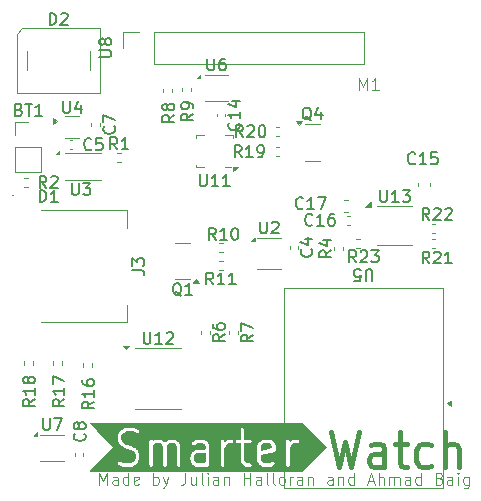
<source format=gbr>
%TF.GenerationSoftware,KiCad,Pcbnew,9.0.4*%
%TF.CreationDate,2025-09-25T23:06:36-04:00*%
%TF.ProjectId,Smarter Watch Stuff,536d6172-7465-4722-9057-617463682053,rev?*%
%TF.SameCoordinates,Original*%
%TF.FileFunction,Legend,Top*%
%TF.FilePolarity,Positive*%
%FSLAX46Y46*%
G04 Gerber Fmt 4.6, Leading zero omitted, Abs format (unit mm)*
G04 Created by KiCad (PCBNEW 9.0.4) date 2025-09-25 23:06:36*
%MOMM*%
%LPD*%
G01*
G04 APERTURE LIST*
%ADD10C,0.100000*%
%ADD11C,0.400000*%
%ADD12C,0.300000*%
%ADD13C,0.150000*%
%ADD14C,0.120000*%
G04 APERTURE END LIST*
D10*
X57200000Y-98300000D02*
X41100000Y-98300000D01*
X57200000Y-94300000D02*
X41200000Y-94300000D01*
X59200000Y-96300000D02*
X57200000Y-98300000D01*
X57200000Y-94300000D01*
X59200000Y-96300000D01*
G36*
X59200000Y-96300000D02*
G01*
X57200000Y-98300000D01*
X57200000Y-94300000D01*
X59200000Y-96300000D01*
G37*
X41500000Y-98300000D02*
X39200000Y-98300000D01*
X41200000Y-96300000D01*
X39200000Y-94300000D01*
X41200000Y-94300000D01*
X41500000Y-98300000D01*
G36*
X41500000Y-98300000D02*
G01*
X39200000Y-98300000D01*
X41200000Y-96300000D01*
X39200000Y-94300000D01*
X41200000Y-94300000D01*
X41500000Y-98300000D01*
G37*
D11*
X59648871Y-95012057D02*
X60291728Y-98012057D01*
X60291728Y-98012057D02*
X60806014Y-95869200D01*
X60806014Y-95869200D02*
X61320299Y-98012057D01*
X61320299Y-98012057D02*
X61963157Y-95012057D01*
X64148871Y-98012057D02*
X64148871Y-96440628D01*
X64148871Y-96440628D02*
X64020299Y-96154914D01*
X64020299Y-96154914D02*
X63763156Y-96012057D01*
X63763156Y-96012057D02*
X63248871Y-96012057D01*
X63248871Y-96012057D02*
X62991728Y-96154914D01*
X64148871Y-97869200D02*
X63891728Y-98012057D01*
X63891728Y-98012057D02*
X63248871Y-98012057D01*
X63248871Y-98012057D02*
X62991728Y-97869200D01*
X62991728Y-97869200D02*
X62863156Y-97583485D01*
X62863156Y-97583485D02*
X62863156Y-97297771D01*
X62863156Y-97297771D02*
X62991728Y-97012057D01*
X62991728Y-97012057D02*
X63248871Y-96869200D01*
X63248871Y-96869200D02*
X63891728Y-96869200D01*
X63891728Y-96869200D02*
X64148871Y-96726342D01*
X65048870Y-96012057D02*
X66077442Y-96012057D01*
X65434585Y-95012057D02*
X65434585Y-97583485D01*
X65434585Y-97583485D02*
X65563156Y-97869200D01*
X65563156Y-97869200D02*
X65820299Y-98012057D01*
X65820299Y-98012057D02*
X66077442Y-98012057D01*
X68134585Y-97869200D02*
X67877442Y-98012057D01*
X67877442Y-98012057D02*
X67363156Y-98012057D01*
X67363156Y-98012057D02*
X67106013Y-97869200D01*
X67106013Y-97869200D02*
X66977442Y-97726342D01*
X66977442Y-97726342D02*
X66848870Y-97440628D01*
X66848870Y-97440628D02*
X66848870Y-96583485D01*
X66848870Y-96583485D02*
X66977442Y-96297771D01*
X66977442Y-96297771D02*
X67106013Y-96154914D01*
X67106013Y-96154914D02*
X67363156Y-96012057D01*
X67363156Y-96012057D02*
X67877442Y-96012057D01*
X67877442Y-96012057D02*
X68134585Y-96154914D01*
X69291728Y-98012057D02*
X69291728Y-95012057D01*
X70448871Y-98012057D02*
X70448871Y-96440628D01*
X70448871Y-96440628D02*
X70320299Y-96154914D01*
X70320299Y-96154914D02*
X70063156Y-96012057D01*
X70063156Y-96012057D02*
X69677442Y-96012057D01*
X69677442Y-96012057D02*
X69420299Y-96154914D01*
X69420299Y-96154914D02*
X69291728Y-96297771D01*
D10*
X40003884Y-99472419D02*
X40003884Y-98472419D01*
X40003884Y-98472419D02*
X40337217Y-99186704D01*
X40337217Y-99186704D02*
X40670550Y-98472419D01*
X40670550Y-98472419D02*
X40670550Y-99472419D01*
X41575312Y-99472419D02*
X41575312Y-98948609D01*
X41575312Y-98948609D02*
X41527693Y-98853371D01*
X41527693Y-98853371D02*
X41432455Y-98805752D01*
X41432455Y-98805752D02*
X41241979Y-98805752D01*
X41241979Y-98805752D02*
X41146741Y-98853371D01*
X41575312Y-99424800D02*
X41480074Y-99472419D01*
X41480074Y-99472419D02*
X41241979Y-99472419D01*
X41241979Y-99472419D02*
X41146741Y-99424800D01*
X41146741Y-99424800D02*
X41099122Y-99329561D01*
X41099122Y-99329561D02*
X41099122Y-99234323D01*
X41099122Y-99234323D02*
X41146741Y-99139085D01*
X41146741Y-99139085D02*
X41241979Y-99091466D01*
X41241979Y-99091466D02*
X41480074Y-99091466D01*
X41480074Y-99091466D02*
X41575312Y-99043847D01*
X42480074Y-99472419D02*
X42480074Y-98472419D01*
X42480074Y-99424800D02*
X42384836Y-99472419D01*
X42384836Y-99472419D02*
X42194360Y-99472419D01*
X42194360Y-99472419D02*
X42099122Y-99424800D01*
X42099122Y-99424800D02*
X42051503Y-99377180D01*
X42051503Y-99377180D02*
X42003884Y-99281942D01*
X42003884Y-99281942D02*
X42003884Y-98996228D01*
X42003884Y-98996228D02*
X42051503Y-98900990D01*
X42051503Y-98900990D02*
X42099122Y-98853371D01*
X42099122Y-98853371D02*
X42194360Y-98805752D01*
X42194360Y-98805752D02*
X42384836Y-98805752D01*
X42384836Y-98805752D02*
X42480074Y-98853371D01*
X43337217Y-99424800D02*
X43241979Y-99472419D01*
X43241979Y-99472419D02*
X43051503Y-99472419D01*
X43051503Y-99472419D02*
X42956265Y-99424800D01*
X42956265Y-99424800D02*
X42908646Y-99329561D01*
X42908646Y-99329561D02*
X42908646Y-98948609D01*
X42908646Y-98948609D02*
X42956265Y-98853371D01*
X42956265Y-98853371D02*
X43051503Y-98805752D01*
X43051503Y-98805752D02*
X43241979Y-98805752D01*
X43241979Y-98805752D02*
X43337217Y-98853371D01*
X43337217Y-98853371D02*
X43384836Y-98948609D01*
X43384836Y-98948609D02*
X43384836Y-99043847D01*
X43384836Y-99043847D02*
X42908646Y-99139085D01*
X44575313Y-99472419D02*
X44575313Y-98472419D01*
X44575313Y-98853371D02*
X44670551Y-98805752D01*
X44670551Y-98805752D02*
X44861027Y-98805752D01*
X44861027Y-98805752D02*
X44956265Y-98853371D01*
X44956265Y-98853371D02*
X45003884Y-98900990D01*
X45003884Y-98900990D02*
X45051503Y-98996228D01*
X45051503Y-98996228D02*
X45051503Y-99281942D01*
X45051503Y-99281942D02*
X45003884Y-99377180D01*
X45003884Y-99377180D02*
X44956265Y-99424800D01*
X44956265Y-99424800D02*
X44861027Y-99472419D01*
X44861027Y-99472419D02*
X44670551Y-99472419D01*
X44670551Y-99472419D02*
X44575313Y-99424800D01*
X45384837Y-98805752D02*
X45622932Y-99472419D01*
X45861027Y-98805752D02*
X45622932Y-99472419D01*
X45622932Y-99472419D02*
X45527694Y-99710514D01*
X45527694Y-99710514D02*
X45480075Y-99758133D01*
X45480075Y-99758133D02*
X45384837Y-99805752D01*
X47289599Y-98472419D02*
X47289599Y-99186704D01*
X47289599Y-99186704D02*
X47241980Y-99329561D01*
X47241980Y-99329561D02*
X47146742Y-99424800D01*
X47146742Y-99424800D02*
X47003885Y-99472419D01*
X47003885Y-99472419D02*
X46908647Y-99472419D01*
X48194361Y-98805752D02*
X48194361Y-99472419D01*
X47765790Y-98805752D02*
X47765790Y-99329561D01*
X47765790Y-99329561D02*
X47813409Y-99424800D01*
X47813409Y-99424800D02*
X47908647Y-99472419D01*
X47908647Y-99472419D02*
X48051504Y-99472419D01*
X48051504Y-99472419D02*
X48146742Y-99424800D01*
X48146742Y-99424800D02*
X48194361Y-99377180D01*
X48813409Y-99472419D02*
X48718171Y-99424800D01*
X48718171Y-99424800D02*
X48670552Y-99329561D01*
X48670552Y-99329561D02*
X48670552Y-98472419D01*
X49194362Y-99472419D02*
X49194362Y-98805752D01*
X49194362Y-98472419D02*
X49146743Y-98520038D01*
X49146743Y-98520038D02*
X49194362Y-98567657D01*
X49194362Y-98567657D02*
X49241981Y-98520038D01*
X49241981Y-98520038D02*
X49194362Y-98472419D01*
X49194362Y-98472419D02*
X49194362Y-98567657D01*
X50099123Y-99472419D02*
X50099123Y-98948609D01*
X50099123Y-98948609D02*
X50051504Y-98853371D01*
X50051504Y-98853371D02*
X49956266Y-98805752D01*
X49956266Y-98805752D02*
X49765790Y-98805752D01*
X49765790Y-98805752D02*
X49670552Y-98853371D01*
X50099123Y-99424800D02*
X50003885Y-99472419D01*
X50003885Y-99472419D02*
X49765790Y-99472419D01*
X49765790Y-99472419D02*
X49670552Y-99424800D01*
X49670552Y-99424800D02*
X49622933Y-99329561D01*
X49622933Y-99329561D02*
X49622933Y-99234323D01*
X49622933Y-99234323D02*
X49670552Y-99139085D01*
X49670552Y-99139085D02*
X49765790Y-99091466D01*
X49765790Y-99091466D02*
X50003885Y-99091466D01*
X50003885Y-99091466D02*
X50099123Y-99043847D01*
X50575314Y-98805752D02*
X50575314Y-99472419D01*
X50575314Y-98900990D02*
X50622933Y-98853371D01*
X50622933Y-98853371D02*
X50718171Y-98805752D01*
X50718171Y-98805752D02*
X50861028Y-98805752D01*
X50861028Y-98805752D02*
X50956266Y-98853371D01*
X50956266Y-98853371D02*
X51003885Y-98948609D01*
X51003885Y-98948609D02*
X51003885Y-99472419D01*
X52241981Y-99472419D02*
X52241981Y-98472419D01*
X52241981Y-98948609D02*
X52813409Y-98948609D01*
X52813409Y-99472419D02*
X52813409Y-98472419D01*
X53718171Y-99472419D02*
X53718171Y-98948609D01*
X53718171Y-98948609D02*
X53670552Y-98853371D01*
X53670552Y-98853371D02*
X53575314Y-98805752D01*
X53575314Y-98805752D02*
X53384838Y-98805752D01*
X53384838Y-98805752D02*
X53289600Y-98853371D01*
X53718171Y-99424800D02*
X53622933Y-99472419D01*
X53622933Y-99472419D02*
X53384838Y-99472419D01*
X53384838Y-99472419D02*
X53289600Y-99424800D01*
X53289600Y-99424800D02*
X53241981Y-99329561D01*
X53241981Y-99329561D02*
X53241981Y-99234323D01*
X53241981Y-99234323D02*
X53289600Y-99139085D01*
X53289600Y-99139085D02*
X53384838Y-99091466D01*
X53384838Y-99091466D02*
X53622933Y-99091466D01*
X53622933Y-99091466D02*
X53718171Y-99043847D01*
X54337219Y-99472419D02*
X54241981Y-99424800D01*
X54241981Y-99424800D02*
X54194362Y-99329561D01*
X54194362Y-99329561D02*
X54194362Y-98472419D01*
X54861029Y-99472419D02*
X54765791Y-99424800D01*
X54765791Y-99424800D02*
X54718172Y-99329561D01*
X54718172Y-99329561D02*
X54718172Y-98472419D01*
X55384839Y-99472419D02*
X55289601Y-99424800D01*
X55289601Y-99424800D02*
X55241982Y-99377180D01*
X55241982Y-99377180D02*
X55194363Y-99281942D01*
X55194363Y-99281942D02*
X55194363Y-98996228D01*
X55194363Y-98996228D02*
X55241982Y-98900990D01*
X55241982Y-98900990D02*
X55289601Y-98853371D01*
X55289601Y-98853371D02*
X55384839Y-98805752D01*
X55384839Y-98805752D02*
X55527696Y-98805752D01*
X55527696Y-98805752D02*
X55622934Y-98853371D01*
X55622934Y-98853371D02*
X55670553Y-98900990D01*
X55670553Y-98900990D02*
X55718172Y-98996228D01*
X55718172Y-98996228D02*
X55718172Y-99281942D01*
X55718172Y-99281942D02*
X55670553Y-99377180D01*
X55670553Y-99377180D02*
X55622934Y-99424800D01*
X55622934Y-99424800D02*
X55527696Y-99472419D01*
X55527696Y-99472419D02*
X55384839Y-99472419D01*
X56146744Y-99472419D02*
X56146744Y-98805752D01*
X56146744Y-98996228D02*
X56194363Y-98900990D01*
X56194363Y-98900990D02*
X56241982Y-98853371D01*
X56241982Y-98853371D02*
X56337220Y-98805752D01*
X56337220Y-98805752D02*
X56432458Y-98805752D01*
X57194363Y-99472419D02*
X57194363Y-98948609D01*
X57194363Y-98948609D02*
X57146744Y-98853371D01*
X57146744Y-98853371D02*
X57051506Y-98805752D01*
X57051506Y-98805752D02*
X56861030Y-98805752D01*
X56861030Y-98805752D02*
X56765792Y-98853371D01*
X57194363Y-99424800D02*
X57099125Y-99472419D01*
X57099125Y-99472419D02*
X56861030Y-99472419D01*
X56861030Y-99472419D02*
X56765792Y-99424800D01*
X56765792Y-99424800D02*
X56718173Y-99329561D01*
X56718173Y-99329561D02*
X56718173Y-99234323D01*
X56718173Y-99234323D02*
X56765792Y-99139085D01*
X56765792Y-99139085D02*
X56861030Y-99091466D01*
X56861030Y-99091466D02*
X57099125Y-99091466D01*
X57099125Y-99091466D02*
X57194363Y-99043847D01*
X57670554Y-98805752D02*
X57670554Y-99472419D01*
X57670554Y-98900990D02*
X57718173Y-98853371D01*
X57718173Y-98853371D02*
X57813411Y-98805752D01*
X57813411Y-98805752D02*
X57956268Y-98805752D01*
X57956268Y-98805752D02*
X58051506Y-98853371D01*
X58051506Y-98853371D02*
X58099125Y-98948609D01*
X58099125Y-98948609D02*
X58099125Y-99472419D01*
X59765792Y-99472419D02*
X59765792Y-98948609D01*
X59765792Y-98948609D02*
X59718173Y-98853371D01*
X59718173Y-98853371D02*
X59622935Y-98805752D01*
X59622935Y-98805752D02*
X59432459Y-98805752D01*
X59432459Y-98805752D02*
X59337221Y-98853371D01*
X59765792Y-99424800D02*
X59670554Y-99472419D01*
X59670554Y-99472419D02*
X59432459Y-99472419D01*
X59432459Y-99472419D02*
X59337221Y-99424800D01*
X59337221Y-99424800D02*
X59289602Y-99329561D01*
X59289602Y-99329561D02*
X59289602Y-99234323D01*
X59289602Y-99234323D02*
X59337221Y-99139085D01*
X59337221Y-99139085D02*
X59432459Y-99091466D01*
X59432459Y-99091466D02*
X59670554Y-99091466D01*
X59670554Y-99091466D02*
X59765792Y-99043847D01*
X60241983Y-98805752D02*
X60241983Y-99472419D01*
X60241983Y-98900990D02*
X60289602Y-98853371D01*
X60289602Y-98853371D02*
X60384840Y-98805752D01*
X60384840Y-98805752D02*
X60527697Y-98805752D01*
X60527697Y-98805752D02*
X60622935Y-98853371D01*
X60622935Y-98853371D02*
X60670554Y-98948609D01*
X60670554Y-98948609D02*
X60670554Y-99472419D01*
X61575316Y-99472419D02*
X61575316Y-98472419D01*
X61575316Y-99424800D02*
X61480078Y-99472419D01*
X61480078Y-99472419D02*
X61289602Y-99472419D01*
X61289602Y-99472419D02*
X61194364Y-99424800D01*
X61194364Y-99424800D02*
X61146745Y-99377180D01*
X61146745Y-99377180D02*
X61099126Y-99281942D01*
X61099126Y-99281942D02*
X61099126Y-98996228D01*
X61099126Y-98996228D02*
X61146745Y-98900990D01*
X61146745Y-98900990D02*
X61194364Y-98853371D01*
X61194364Y-98853371D02*
X61289602Y-98805752D01*
X61289602Y-98805752D02*
X61480078Y-98805752D01*
X61480078Y-98805752D02*
X61575316Y-98853371D01*
X62765793Y-99186704D02*
X63241983Y-99186704D01*
X62670555Y-99472419D02*
X63003888Y-98472419D01*
X63003888Y-98472419D02*
X63337221Y-99472419D01*
X63670555Y-99472419D02*
X63670555Y-98472419D01*
X64099126Y-99472419D02*
X64099126Y-98948609D01*
X64099126Y-98948609D02*
X64051507Y-98853371D01*
X64051507Y-98853371D02*
X63956269Y-98805752D01*
X63956269Y-98805752D02*
X63813412Y-98805752D01*
X63813412Y-98805752D02*
X63718174Y-98853371D01*
X63718174Y-98853371D02*
X63670555Y-98900990D01*
X64575317Y-99472419D02*
X64575317Y-98805752D01*
X64575317Y-98900990D02*
X64622936Y-98853371D01*
X64622936Y-98853371D02*
X64718174Y-98805752D01*
X64718174Y-98805752D02*
X64861031Y-98805752D01*
X64861031Y-98805752D02*
X64956269Y-98853371D01*
X64956269Y-98853371D02*
X65003888Y-98948609D01*
X65003888Y-98948609D02*
X65003888Y-99472419D01*
X65003888Y-98948609D02*
X65051507Y-98853371D01*
X65051507Y-98853371D02*
X65146745Y-98805752D01*
X65146745Y-98805752D02*
X65289602Y-98805752D01*
X65289602Y-98805752D02*
X65384841Y-98853371D01*
X65384841Y-98853371D02*
X65432460Y-98948609D01*
X65432460Y-98948609D02*
X65432460Y-99472419D01*
X66337221Y-99472419D02*
X66337221Y-98948609D01*
X66337221Y-98948609D02*
X66289602Y-98853371D01*
X66289602Y-98853371D02*
X66194364Y-98805752D01*
X66194364Y-98805752D02*
X66003888Y-98805752D01*
X66003888Y-98805752D02*
X65908650Y-98853371D01*
X66337221Y-99424800D02*
X66241983Y-99472419D01*
X66241983Y-99472419D02*
X66003888Y-99472419D01*
X66003888Y-99472419D02*
X65908650Y-99424800D01*
X65908650Y-99424800D02*
X65861031Y-99329561D01*
X65861031Y-99329561D02*
X65861031Y-99234323D01*
X65861031Y-99234323D02*
X65908650Y-99139085D01*
X65908650Y-99139085D02*
X66003888Y-99091466D01*
X66003888Y-99091466D02*
X66241983Y-99091466D01*
X66241983Y-99091466D02*
X66337221Y-99043847D01*
X67241983Y-99472419D02*
X67241983Y-98472419D01*
X67241983Y-99424800D02*
X67146745Y-99472419D01*
X67146745Y-99472419D02*
X66956269Y-99472419D01*
X66956269Y-99472419D02*
X66861031Y-99424800D01*
X66861031Y-99424800D02*
X66813412Y-99377180D01*
X66813412Y-99377180D02*
X66765793Y-99281942D01*
X66765793Y-99281942D02*
X66765793Y-98996228D01*
X66765793Y-98996228D02*
X66813412Y-98900990D01*
X66813412Y-98900990D02*
X66861031Y-98853371D01*
X66861031Y-98853371D02*
X66956269Y-98805752D01*
X66956269Y-98805752D02*
X67146745Y-98805752D01*
X67146745Y-98805752D02*
X67241983Y-98853371D01*
X68813412Y-98948609D02*
X68956269Y-98996228D01*
X68956269Y-98996228D02*
X69003888Y-99043847D01*
X69003888Y-99043847D02*
X69051507Y-99139085D01*
X69051507Y-99139085D02*
X69051507Y-99281942D01*
X69051507Y-99281942D02*
X69003888Y-99377180D01*
X69003888Y-99377180D02*
X68956269Y-99424800D01*
X68956269Y-99424800D02*
X68861031Y-99472419D01*
X68861031Y-99472419D02*
X68480079Y-99472419D01*
X68480079Y-99472419D02*
X68480079Y-98472419D01*
X68480079Y-98472419D02*
X68813412Y-98472419D01*
X68813412Y-98472419D02*
X68908650Y-98520038D01*
X68908650Y-98520038D02*
X68956269Y-98567657D01*
X68956269Y-98567657D02*
X69003888Y-98662895D01*
X69003888Y-98662895D02*
X69003888Y-98758133D01*
X69003888Y-98758133D02*
X68956269Y-98853371D01*
X68956269Y-98853371D02*
X68908650Y-98900990D01*
X68908650Y-98900990D02*
X68813412Y-98948609D01*
X68813412Y-98948609D02*
X68480079Y-98948609D01*
X69908650Y-99472419D02*
X69908650Y-98948609D01*
X69908650Y-98948609D02*
X69861031Y-98853371D01*
X69861031Y-98853371D02*
X69765793Y-98805752D01*
X69765793Y-98805752D02*
X69575317Y-98805752D01*
X69575317Y-98805752D02*
X69480079Y-98853371D01*
X69908650Y-99424800D02*
X69813412Y-99472419D01*
X69813412Y-99472419D02*
X69575317Y-99472419D01*
X69575317Y-99472419D02*
X69480079Y-99424800D01*
X69480079Y-99424800D02*
X69432460Y-99329561D01*
X69432460Y-99329561D02*
X69432460Y-99234323D01*
X69432460Y-99234323D02*
X69480079Y-99139085D01*
X69480079Y-99139085D02*
X69575317Y-99091466D01*
X69575317Y-99091466D02*
X69813412Y-99091466D01*
X69813412Y-99091466D02*
X69908650Y-99043847D01*
X70384841Y-99472419D02*
X70384841Y-98805752D01*
X70384841Y-98472419D02*
X70337222Y-98520038D01*
X70337222Y-98520038D02*
X70384841Y-98567657D01*
X70384841Y-98567657D02*
X70432460Y-98520038D01*
X70432460Y-98520038D02*
X70384841Y-98472419D01*
X70384841Y-98472419D02*
X70384841Y-98567657D01*
X71289602Y-98805752D02*
X71289602Y-99615276D01*
X71289602Y-99615276D02*
X71241983Y-99710514D01*
X71241983Y-99710514D02*
X71194364Y-99758133D01*
X71194364Y-99758133D02*
X71099126Y-99805752D01*
X71099126Y-99805752D02*
X70956269Y-99805752D01*
X70956269Y-99805752D02*
X70861031Y-99758133D01*
X71289602Y-99424800D02*
X71194364Y-99472419D01*
X71194364Y-99472419D02*
X71003888Y-99472419D01*
X71003888Y-99472419D02*
X70908650Y-99424800D01*
X70908650Y-99424800D02*
X70861031Y-99377180D01*
X70861031Y-99377180D02*
X70813412Y-99281942D01*
X70813412Y-99281942D02*
X70813412Y-98996228D01*
X70813412Y-98996228D02*
X70861031Y-98900990D01*
X70861031Y-98900990D02*
X70908650Y-98853371D01*
X70908650Y-98853371D02*
X71003888Y-98805752D01*
X71003888Y-98805752D02*
X71194364Y-98805752D01*
X71194364Y-98805752D02*
X71289602Y-98853371D01*
D12*
G36*
X49018797Y-97586139D02*
G01*
X48872785Y-97667257D01*
X48307666Y-97667257D01*
X48128014Y-97567450D01*
X48033082Y-97356489D01*
X48033082Y-97135166D01*
X48128014Y-96924206D01*
X48307666Y-96824400D01*
X48911654Y-96824400D01*
X48940918Y-96821518D01*
X48948917Y-96818204D01*
X48957520Y-96817216D01*
X48984501Y-96805523D01*
X49018797Y-96786469D01*
X49018797Y-97586139D01*
G37*
G36*
X54581007Y-96067063D02*
G01*
X54675940Y-96278023D01*
X54675940Y-96411216D01*
X53690225Y-96630264D01*
X53690225Y-96278023D01*
X53785157Y-96067063D01*
X53964809Y-95967257D01*
X54401356Y-95967257D01*
X54581007Y-96067063D01*
G37*
G36*
X57234962Y-98300590D02*
G01*
X41228320Y-98300590D01*
X41228320Y-95388685D01*
X41561653Y-95388685D01*
X41561653Y-95674400D01*
X41564535Y-95703664D01*
X41565414Y-95705787D01*
X41565484Y-95708086D01*
X41574865Y-95735955D01*
X41703437Y-96021669D01*
X41709989Y-96033085D01*
X41711296Y-96036779D01*
X41714981Y-96041784D01*
X41718074Y-96047173D01*
X41720925Y-96049857D01*
X41728731Y-96060459D01*
X41857302Y-96203315D01*
X41869336Y-96214299D01*
X41871768Y-96217363D01*
X41875587Y-96220005D01*
X41879020Y-96223139D01*
X41882551Y-96224824D01*
X41895950Y-96234095D01*
X42153093Y-96376952D01*
X42156905Y-96378604D01*
X42158367Y-96379747D01*
X42169323Y-96383985D01*
X42180074Y-96388644D01*
X42181912Y-96388855D01*
X42185792Y-96390356D01*
X42682933Y-96528450D01*
X42902627Y-96650502D01*
X42998767Y-96757325D01*
X43104510Y-96992308D01*
X43104510Y-97213633D01*
X42998767Y-97448616D01*
X42902627Y-97555439D01*
X42701356Y-97667257D01*
X42124252Y-97667257D01*
X41763750Y-97533738D01*
X41735307Y-97526276D01*
X41676822Y-97528500D01*
X41623641Y-97552935D01*
X41583857Y-97595862D01*
X41563529Y-97650746D01*
X41565753Y-97709231D01*
X41590188Y-97762412D01*
X41633115Y-97802196D01*
X41659556Y-97815062D01*
X42045271Y-97957919D01*
X42065037Y-97963104D01*
X42068104Y-97964375D01*
X42070946Y-97964654D01*
X42073714Y-97965381D01*
X42077036Y-97965254D01*
X42097368Y-97967257D01*
X42740225Y-97967257D01*
X42769489Y-97964375D01*
X42777489Y-97961061D01*
X42786090Y-97960073D01*
X42813071Y-97948381D01*
X43070214Y-97805524D01*
X43083612Y-97796253D01*
X43087144Y-97794568D01*
X43090577Y-97791434D01*
X43094396Y-97788792D01*
X43096826Y-97785730D01*
X43108863Y-97774744D01*
X43237434Y-97631886D01*
X43245240Y-97621282D01*
X43248090Y-97618600D01*
X43251182Y-97613212D01*
X43254868Y-97608206D01*
X43256174Y-97604513D01*
X43262727Y-97593097D01*
X43391298Y-97307382D01*
X43400679Y-97279513D01*
X43400748Y-97277215D01*
X43401628Y-97275092D01*
X43404510Y-97245828D01*
X43404510Y-96960114D01*
X43401628Y-96930850D01*
X43400748Y-96928726D01*
X43400679Y-96926429D01*
X43391298Y-96898560D01*
X43262727Y-96612845D01*
X43256174Y-96601428D01*
X43254868Y-96597736D01*
X43251182Y-96592729D01*
X43248090Y-96587342D01*
X43245240Y-96584659D01*
X43237434Y-96574056D01*
X43108863Y-96431198D01*
X43096826Y-96420211D01*
X43094396Y-96417150D01*
X43090577Y-96414507D01*
X43087144Y-96411374D01*
X43083612Y-96409688D01*
X43070214Y-96400418D01*
X42813071Y-96257561D01*
X42809255Y-96255907D01*
X42807797Y-96254767D01*
X42796852Y-96250533D01*
X42786090Y-96245869D01*
X42784251Y-96245657D01*
X42780372Y-96244157D01*
X42283229Y-96106062D01*
X42063535Y-95984010D01*
X41967395Y-95877187D01*
X41940427Y-95817257D01*
X44261654Y-95817257D01*
X44261654Y-97817257D01*
X44264536Y-97846521D01*
X44286934Y-97900593D01*
X44328318Y-97941977D01*
X44382390Y-97964375D01*
X44440918Y-97964375D01*
X44494990Y-97941977D01*
X44536374Y-97900593D01*
X44558772Y-97846521D01*
X44561654Y-97817257D01*
X44561654Y-96160531D01*
X44634964Y-96079074D01*
X44836237Y-95967257D01*
X45144213Y-95967257D01*
X45323864Y-96067063D01*
X45418797Y-96278023D01*
X45418797Y-97817257D01*
X45421679Y-97846521D01*
X45444077Y-97900593D01*
X45485461Y-97941977D01*
X45539533Y-97964375D01*
X45598061Y-97964375D01*
X45652133Y-97941977D01*
X45693517Y-97900593D01*
X45715915Y-97846521D01*
X45718797Y-97817257D01*
X45718797Y-96278022D01*
X45813728Y-96067063D01*
X45993380Y-95967257D01*
X46301356Y-95967257D01*
X46481007Y-96067063D01*
X46575939Y-96278022D01*
X46575939Y-97817257D01*
X46578821Y-97846521D01*
X46601219Y-97900593D01*
X46642603Y-97941977D01*
X46696675Y-97964375D01*
X46755203Y-97964375D01*
X46809275Y-97941977D01*
X46850659Y-97900593D01*
X46873057Y-97846521D01*
X46875939Y-97817257D01*
X46875939Y-97102971D01*
X47733082Y-97102971D01*
X47733082Y-97388685D01*
X47735964Y-97417949D01*
X47736843Y-97420072D01*
X47736913Y-97422371D01*
X47746294Y-97450240D01*
X47874866Y-97735955D01*
X47877595Y-97740710D01*
X47878236Y-97742953D01*
X47880568Y-97745890D01*
X47889503Y-97761459D01*
X47903057Y-97774219D01*
X47914626Y-97788792D01*
X47929381Y-97799001D01*
X47932117Y-97801577D01*
X47934300Y-97802405D01*
X47938808Y-97805524D01*
X48195951Y-97948381D01*
X48222932Y-97960073D01*
X48231532Y-97961061D01*
X48239533Y-97964375D01*
X48268797Y-97967257D01*
X48911654Y-97967257D01*
X48940918Y-97964375D01*
X48948918Y-97961061D01*
X48957519Y-97960073D01*
X48984500Y-97948381D01*
X49053520Y-97910036D01*
X49085461Y-97941977D01*
X49139533Y-97964375D01*
X49198061Y-97964375D01*
X49252133Y-97941977D01*
X49293517Y-97900593D01*
X49315915Y-97846521D01*
X49318797Y-97817257D01*
X49318797Y-96245828D01*
X49315915Y-96216564D01*
X49315035Y-96214440D01*
X49314966Y-96212142D01*
X49305585Y-96184273D01*
X49177013Y-95898559D01*
X49174283Y-95893803D01*
X49173643Y-95891561D01*
X49171310Y-95888623D01*
X49162376Y-95873055D01*
X49148822Y-95860295D01*
X49137253Y-95845722D01*
X49122494Y-95835510D01*
X49119761Y-95832937D01*
X49117579Y-95832109D01*
X49113071Y-95828990D01*
X49091952Y-95817257D01*
X50304511Y-95817257D01*
X50304511Y-97817257D01*
X50307393Y-97846521D01*
X50329791Y-97900593D01*
X50371175Y-97941977D01*
X50425247Y-97964375D01*
X50483775Y-97964375D01*
X50537847Y-97941977D01*
X50579231Y-97900593D01*
X50601629Y-97846521D01*
X50604511Y-97817257D01*
X50604511Y-96420879D01*
X50710252Y-96185898D01*
X50806392Y-96079075D01*
X51007666Y-95967257D01*
X51225939Y-95967257D01*
X51255203Y-95964375D01*
X51309275Y-95941977D01*
X51350659Y-95900593D01*
X51373057Y-95846521D01*
X51373057Y-95787993D01*
X51593107Y-95787993D01*
X51593107Y-95846521D01*
X51615505Y-95900593D01*
X51656889Y-95941977D01*
X51710961Y-95964375D01*
X51740225Y-95967257D01*
X51975940Y-95967257D01*
X51975940Y-97388685D01*
X51978822Y-97417949D01*
X51979701Y-97420072D01*
X51979771Y-97422370D01*
X51989152Y-97450239D01*
X52117723Y-97735955D01*
X52120452Y-97740710D01*
X52121093Y-97742953D01*
X52123425Y-97745890D01*
X52132360Y-97761459D01*
X52145914Y-97774219D01*
X52157483Y-97788792D01*
X52172238Y-97799001D01*
X52174974Y-97801577D01*
X52177157Y-97802405D01*
X52181665Y-97805524D01*
X52438808Y-97948381D01*
X52465789Y-97960073D01*
X52474389Y-97961061D01*
X52482390Y-97964375D01*
X52511654Y-97967257D01*
X52768797Y-97967257D01*
X52798061Y-97964375D01*
X52852133Y-97941977D01*
X52893517Y-97900593D01*
X52915915Y-97846521D01*
X52915915Y-97787993D01*
X52893517Y-97733921D01*
X52852133Y-97692537D01*
X52798061Y-97670139D01*
X52768797Y-97667257D01*
X52550523Y-97667257D01*
X52370872Y-97567451D01*
X52275940Y-97356490D01*
X52275940Y-96245828D01*
X53390225Y-96245828D01*
X53390225Y-97388685D01*
X53393107Y-97417949D01*
X53393986Y-97420072D01*
X53394056Y-97422371D01*
X53403437Y-97450240D01*
X53532009Y-97735955D01*
X53534738Y-97740710D01*
X53535379Y-97742953D01*
X53537711Y-97745890D01*
X53546646Y-97761459D01*
X53560200Y-97774219D01*
X53571769Y-97788792D01*
X53586524Y-97799001D01*
X53589260Y-97801577D01*
X53591443Y-97802405D01*
X53595951Y-97805524D01*
X53853094Y-97948381D01*
X53880075Y-97960073D01*
X53888675Y-97961061D01*
X53896676Y-97964375D01*
X53925940Y-97967257D01*
X54440225Y-97967257D01*
X54469489Y-97964375D01*
X54477489Y-97961061D01*
X54486090Y-97960073D01*
X54513071Y-97948381D01*
X54770214Y-97805524D01*
X54794396Y-97788792D01*
X54830786Y-97742953D01*
X54846864Y-97686679D01*
X54840184Y-97628535D01*
X54811761Y-97577372D01*
X54765922Y-97540982D01*
X54709648Y-97524904D01*
X54651503Y-97531584D01*
X54624522Y-97543276D01*
X54401356Y-97667257D01*
X53964809Y-97667257D01*
X53785157Y-97567450D01*
X53690225Y-97356489D01*
X53690225Y-96937582D01*
X54858480Y-96677970D01*
X54886422Y-96668808D01*
X54897160Y-96661280D01*
X54909276Y-96656262D01*
X54920893Y-96644644D01*
X54934347Y-96635214D01*
X54941387Y-96624150D01*
X54950660Y-96614878D01*
X54956946Y-96599701D01*
X54965769Y-96585838D01*
X54968040Y-96572920D01*
X54973058Y-96560806D01*
X54975940Y-96531542D01*
X54975940Y-96245828D01*
X54973058Y-96216564D01*
X54972178Y-96214440D01*
X54972109Y-96212142D01*
X54962728Y-96184273D01*
X54834156Y-95898559D01*
X54831426Y-95893803D01*
X54830786Y-95891561D01*
X54828453Y-95888623D01*
X54819519Y-95873055D01*
X54805965Y-95860295D01*
X54794396Y-95845722D01*
X54779637Y-95835510D01*
X54776904Y-95832937D01*
X54774722Y-95832109D01*
X54770214Y-95828990D01*
X54749095Y-95817257D01*
X55833083Y-95817257D01*
X55833083Y-97817257D01*
X55835965Y-97846521D01*
X55858363Y-97900593D01*
X55899747Y-97941977D01*
X55953819Y-97964375D01*
X56012347Y-97964375D01*
X56066419Y-97941977D01*
X56107803Y-97900593D01*
X56130201Y-97846521D01*
X56133083Y-97817257D01*
X56133083Y-96420879D01*
X56238824Y-96185898D01*
X56334964Y-96079075D01*
X56536238Y-95967257D01*
X56754511Y-95967257D01*
X56783775Y-95964375D01*
X56837847Y-95941977D01*
X56879231Y-95900593D01*
X56901629Y-95846521D01*
X56901629Y-95787993D01*
X56879231Y-95733921D01*
X56837847Y-95692537D01*
X56783775Y-95670139D01*
X56754511Y-95667257D01*
X56497368Y-95667257D01*
X56468104Y-95670139D01*
X56460104Y-95673452D01*
X56451502Y-95674441D01*
X56424521Y-95686134D01*
X56167379Y-95828990D01*
X56153982Y-95838259D01*
X56150451Y-95839945D01*
X56147016Y-95843079D01*
X56143198Y-95845722D01*
X56140767Y-95848783D01*
X56133083Y-95855797D01*
X56133083Y-95817257D01*
X56130201Y-95787993D01*
X56107803Y-95733921D01*
X56066419Y-95692537D01*
X56012347Y-95670139D01*
X55953819Y-95670139D01*
X55899747Y-95692537D01*
X55858363Y-95733921D01*
X55835965Y-95787993D01*
X55833083Y-95817257D01*
X54749095Y-95817257D01*
X54513071Y-95686133D01*
X54486090Y-95674441D01*
X54477489Y-95673452D01*
X54469489Y-95670139D01*
X54440225Y-95667257D01*
X53925940Y-95667257D01*
X53896676Y-95670139D01*
X53888675Y-95673452D01*
X53880075Y-95674441D01*
X53853094Y-95686133D01*
X53595951Y-95828990D01*
X53591443Y-95832108D01*
X53589260Y-95832937D01*
X53586524Y-95835512D01*
X53571769Y-95845722D01*
X53560200Y-95860294D01*
X53546646Y-95873055D01*
X53537711Y-95888623D01*
X53535379Y-95891561D01*
X53534738Y-95893803D01*
X53532009Y-95898559D01*
X53403437Y-96184273D01*
X53394056Y-96212142D01*
X53393986Y-96214440D01*
X53393107Y-96216564D01*
X53390225Y-96245828D01*
X52275940Y-96245828D01*
X52275940Y-95967257D01*
X52768797Y-95967257D01*
X52798061Y-95964375D01*
X52852133Y-95941977D01*
X52893517Y-95900593D01*
X52915915Y-95846521D01*
X52915915Y-95787993D01*
X52893517Y-95733921D01*
X52852133Y-95692537D01*
X52798061Y-95670139D01*
X52768797Y-95667257D01*
X52275940Y-95667257D01*
X52275940Y-94817257D01*
X52273058Y-94787993D01*
X52250660Y-94733921D01*
X52209276Y-94692537D01*
X52155204Y-94670139D01*
X52096676Y-94670139D01*
X52042604Y-94692537D01*
X52001220Y-94733921D01*
X51978822Y-94787993D01*
X51975940Y-94817257D01*
X51975940Y-95667257D01*
X51740225Y-95667257D01*
X51710961Y-95670139D01*
X51656889Y-95692537D01*
X51615505Y-95733921D01*
X51593107Y-95787993D01*
X51373057Y-95787993D01*
X51350659Y-95733921D01*
X51309275Y-95692537D01*
X51255203Y-95670139D01*
X51225939Y-95667257D01*
X50968796Y-95667257D01*
X50939532Y-95670139D01*
X50931532Y-95673452D01*
X50922930Y-95674441D01*
X50895949Y-95686134D01*
X50638807Y-95828990D01*
X50625410Y-95838259D01*
X50621879Y-95839945D01*
X50618444Y-95843079D01*
X50614626Y-95845722D01*
X50612195Y-95848783D01*
X50604511Y-95855797D01*
X50604511Y-95817257D01*
X50601629Y-95787993D01*
X50579231Y-95733921D01*
X50537847Y-95692537D01*
X50483775Y-95670139D01*
X50425247Y-95670139D01*
X50371175Y-95692537D01*
X50329791Y-95733921D01*
X50307393Y-95787993D01*
X50304511Y-95817257D01*
X49091952Y-95817257D01*
X48855928Y-95686133D01*
X48828947Y-95674441D01*
X48820346Y-95673452D01*
X48812346Y-95670139D01*
X48783082Y-95667257D01*
X48268797Y-95667257D01*
X48239533Y-95670139D01*
X48231532Y-95673452D01*
X48222932Y-95674441D01*
X48195951Y-95686133D01*
X47938808Y-95828990D01*
X47914626Y-95845722D01*
X47878236Y-95891561D01*
X47862158Y-95947835D01*
X47868838Y-96005979D01*
X47897262Y-96057142D01*
X47943101Y-96093532D01*
X47999375Y-96109610D01*
X48057519Y-96102930D01*
X48084500Y-96091238D01*
X48307666Y-95967257D01*
X48744213Y-95967257D01*
X48923864Y-96067063D01*
X49018797Y-96278023D01*
X49018797Y-96443282D01*
X48872785Y-96524400D01*
X48268797Y-96524400D01*
X48239533Y-96527282D01*
X48231532Y-96530595D01*
X48222932Y-96531584D01*
X48195951Y-96543276D01*
X47938808Y-96686133D01*
X47934300Y-96689251D01*
X47932117Y-96690080D01*
X47929381Y-96692655D01*
X47914626Y-96702865D01*
X47903057Y-96717437D01*
X47889503Y-96730198D01*
X47880568Y-96745766D01*
X47878236Y-96748704D01*
X47877595Y-96750946D01*
X47874866Y-96755702D01*
X47746294Y-97041416D01*
X47736913Y-97069285D01*
X47736843Y-97071583D01*
X47735964Y-97073707D01*
X47733082Y-97102971D01*
X46875939Y-97102971D01*
X46875939Y-96245828D01*
X46873057Y-96216564D01*
X46872177Y-96214440D01*
X46872108Y-96212143D01*
X46862727Y-96184274D01*
X46734156Y-95898559D01*
X46731426Y-95893803D01*
X46730786Y-95891561D01*
X46728452Y-95888622D01*
X46719519Y-95873056D01*
X46705966Y-95860297D01*
X46694396Y-95845722D01*
X46679640Y-95835512D01*
X46676905Y-95832937D01*
X46674721Y-95832108D01*
X46670214Y-95828990D01*
X46413071Y-95686133D01*
X46386090Y-95674441D01*
X46377489Y-95673452D01*
X46369489Y-95670139D01*
X46340225Y-95667257D01*
X45954511Y-95667257D01*
X45925247Y-95670139D01*
X45917246Y-95673452D01*
X45908646Y-95674441D01*
X45881665Y-95686133D01*
X45624522Y-95828990D01*
X45620014Y-95832108D01*
X45617831Y-95832937D01*
X45615095Y-95835512D01*
X45600340Y-95845722D01*
X45588771Y-95860294D01*
X45575217Y-95873055D01*
X45568796Y-95884242D01*
X45562376Y-95873055D01*
X45548822Y-95860295D01*
X45537253Y-95845722D01*
X45522494Y-95835510D01*
X45519761Y-95832937D01*
X45517579Y-95832109D01*
X45513071Y-95828990D01*
X45255928Y-95686133D01*
X45228947Y-95674441D01*
X45220346Y-95673452D01*
X45212346Y-95670139D01*
X45183082Y-95667257D01*
X44797368Y-95667257D01*
X44768104Y-95670139D01*
X44760103Y-95673452D01*
X44751503Y-95674441D01*
X44724522Y-95686133D01*
X44555479Y-95780045D01*
X44536374Y-95733921D01*
X44494990Y-95692537D01*
X44440918Y-95670139D01*
X44382390Y-95670139D01*
X44328318Y-95692537D01*
X44286934Y-95733921D01*
X44264536Y-95787993D01*
X44261654Y-95817257D01*
X41940427Y-95817257D01*
X41861653Y-95642204D01*
X41861653Y-95420880D01*
X41967395Y-95185897D01*
X42063535Y-95079074D01*
X42264808Y-94967257D01*
X42841912Y-94967257D01*
X43202413Y-95100776D01*
X43230856Y-95108237D01*
X43289341Y-95106014D01*
X43342522Y-95081579D01*
X43382306Y-95038652D01*
X43402633Y-94983768D01*
X43400410Y-94925283D01*
X43375975Y-94872102D01*
X43333048Y-94832318D01*
X43306607Y-94819452D01*
X42920893Y-94676595D01*
X42901126Y-94671409D01*
X42898060Y-94670139D01*
X42895217Y-94669859D01*
X42892450Y-94669133D01*
X42889127Y-94669259D01*
X42868796Y-94667257D01*
X42225939Y-94667257D01*
X42196675Y-94670139D01*
X42188674Y-94673452D01*
X42180074Y-94674441D01*
X42153093Y-94686133D01*
X41895950Y-94828990D01*
X41882551Y-94838260D01*
X41879020Y-94839946D01*
X41875587Y-94843079D01*
X41871768Y-94845722D01*
X41869336Y-94848785D01*
X41857302Y-94859770D01*
X41728731Y-95002626D01*
X41720925Y-95013227D01*
X41718074Y-95015912D01*
X41714981Y-95021300D01*
X41711296Y-95026306D01*
X41709989Y-95029999D01*
X41703437Y-95041416D01*
X41574865Y-95327130D01*
X41565484Y-95354999D01*
X41565414Y-95357297D01*
X41564535Y-95359421D01*
X41561653Y-95388685D01*
X41228320Y-95388685D01*
X41228320Y-94333924D01*
X57234962Y-94333924D01*
X57234962Y-98300590D01*
G37*
D13*
X63786905Y-74554819D02*
X63786905Y-75364342D01*
X63786905Y-75364342D02*
X63834524Y-75459580D01*
X63834524Y-75459580D02*
X63882143Y-75507200D01*
X63882143Y-75507200D02*
X63977381Y-75554819D01*
X63977381Y-75554819D02*
X64167857Y-75554819D01*
X64167857Y-75554819D02*
X64263095Y-75507200D01*
X64263095Y-75507200D02*
X64310714Y-75459580D01*
X64310714Y-75459580D02*
X64358333Y-75364342D01*
X64358333Y-75364342D02*
X64358333Y-74554819D01*
X65358333Y-75554819D02*
X64786905Y-75554819D01*
X65072619Y-75554819D02*
X65072619Y-74554819D01*
X65072619Y-74554819D02*
X64977381Y-74697676D01*
X64977381Y-74697676D02*
X64882143Y-74792914D01*
X64882143Y-74792914D02*
X64786905Y-74840533D01*
X65691667Y-74554819D02*
X66310714Y-74554819D01*
X66310714Y-74554819D02*
X65977381Y-74935771D01*
X65977381Y-74935771D02*
X66120238Y-74935771D01*
X66120238Y-74935771D02*
X66215476Y-74983390D01*
X66215476Y-74983390D02*
X66263095Y-75031009D01*
X66263095Y-75031009D02*
X66310714Y-75126247D01*
X66310714Y-75126247D02*
X66310714Y-75364342D01*
X66310714Y-75364342D02*
X66263095Y-75459580D01*
X66263095Y-75459580D02*
X66215476Y-75507200D01*
X66215476Y-75507200D02*
X66120238Y-75554819D01*
X66120238Y-75554819D02*
X65834524Y-75554819D01*
X65834524Y-75554819D02*
X65739286Y-75507200D01*
X65739286Y-75507200D02*
X65691667Y-75459580D01*
D10*
X61990476Y-66057419D02*
X61990476Y-65057419D01*
X61990476Y-65057419D02*
X62323809Y-65771704D01*
X62323809Y-65771704D02*
X62657142Y-65057419D01*
X62657142Y-65057419D02*
X62657142Y-66057419D01*
X63657142Y-66057419D02*
X63085714Y-66057419D01*
X63371428Y-66057419D02*
X63371428Y-65057419D01*
X63371428Y-65057419D02*
X63276190Y-65200276D01*
X63276190Y-65200276D02*
X63180952Y-65295514D01*
X63180952Y-65295514D02*
X63085714Y-65343133D01*
D13*
X34554819Y-92242857D02*
X34078628Y-92576190D01*
X34554819Y-92814285D02*
X33554819Y-92814285D01*
X33554819Y-92814285D02*
X33554819Y-92433333D01*
X33554819Y-92433333D02*
X33602438Y-92338095D01*
X33602438Y-92338095D02*
X33650057Y-92290476D01*
X33650057Y-92290476D02*
X33745295Y-92242857D01*
X33745295Y-92242857D02*
X33888152Y-92242857D01*
X33888152Y-92242857D02*
X33983390Y-92290476D01*
X33983390Y-92290476D02*
X34031009Y-92338095D01*
X34031009Y-92338095D02*
X34078628Y-92433333D01*
X34078628Y-92433333D02*
X34078628Y-92814285D01*
X34554819Y-91290476D02*
X34554819Y-91861904D01*
X34554819Y-91576190D02*
X33554819Y-91576190D01*
X33554819Y-91576190D02*
X33697676Y-91671428D01*
X33697676Y-91671428D02*
X33792914Y-91766666D01*
X33792914Y-91766666D02*
X33840533Y-91861904D01*
X33983390Y-90719047D02*
X33935771Y-90814285D01*
X33935771Y-90814285D02*
X33888152Y-90861904D01*
X33888152Y-90861904D02*
X33792914Y-90909523D01*
X33792914Y-90909523D02*
X33745295Y-90909523D01*
X33745295Y-90909523D02*
X33650057Y-90861904D01*
X33650057Y-90861904D02*
X33602438Y-90814285D01*
X33602438Y-90814285D02*
X33554819Y-90719047D01*
X33554819Y-90719047D02*
X33554819Y-90528571D01*
X33554819Y-90528571D02*
X33602438Y-90433333D01*
X33602438Y-90433333D02*
X33650057Y-90385714D01*
X33650057Y-90385714D02*
X33745295Y-90338095D01*
X33745295Y-90338095D02*
X33792914Y-90338095D01*
X33792914Y-90338095D02*
X33888152Y-90385714D01*
X33888152Y-90385714D02*
X33935771Y-90433333D01*
X33935771Y-90433333D02*
X33983390Y-90528571D01*
X33983390Y-90528571D02*
X33983390Y-90719047D01*
X33983390Y-90719047D02*
X34031009Y-90814285D01*
X34031009Y-90814285D02*
X34078628Y-90861904D01*
X34078628Y-90861904D02*
X34173866Y-90909523D01*
X34173866Y-90909523D02*
X34364342Y-90909523D01*
X34364342Y-90909523D02*
X34459580Y-90861904D01*
X34459580Y-90861904D02*
X34507200Y-90814285D01*
X34507200Y-90814285D02*
X34554819Y-90719047D01*
X34554819Y-90719047D02*
X34554819Y-90528571D01*
X34554819Y-90528571D02*
X34507200Y-90433333D01*
X34507200Y-90433333D02*
X34459580Y-90385714D01*
X34459580Y-90385714D02*
X34364342Y-90338095D01*
X34364342Y-90338095D02*
X34173866Y-90338095D01*
X34173866Y-90338095D02*
X34078628Y-90385714D01*
X34078628Y-90385714D02*
X34031009Y-90433333D01*
X34031009Y-90433333D02*
X33983390Y-90528571D01*
X42814819Y-81333333D02*
X43529104Y-81333333D01*
X43529104Y-81333333D02*
X43671961Y-81380952D01*
X43671961Y-81380952D02*
X43767200Y-81476190D01*
X43767200Y-81476190D02*
X43814819Y-81619047D01*
X43814819Y-81619047D02*
X43814819Y-81714285D01*
X42814819Y-80952380D02*
X42814819Y-80333333D01*
X42814819Y-80333333D02*
X43195771Y-80666666D01*
X43195771Y-80666666D02*
X43195771Y-80523809D01*
X43195771Y-80523809D02*
X43243390Y-80428571D01*
X43243390Y-80428571D02*
X43291009Y-80380952D01*
X43291009Y-80380952D02*
X43386247Y-80333333D01*
X43386247Y-80333333D02*
X43624342Y-80333333D01*
X43624342Y-80333333D02*
X43719580Y-80380952D01*
X43719580Y-80380952D02*
X43767200Y-80428571D01*
X43767200Y-80428571D02*
X43814819Y-80523809D01*
X43814819Y-80523809D02*
X43814819Y-80809523D01*
X43814819Y-80809523D02*
X43767200Y-80904761D01*
X43767200Y-80904761D02*
X43719580Y-80952380D01*
X40024819Y-63261904D02*
X40834342Y-63261904D01*
X40834342Y-63261904D02*
X40929580Y-63214285D01*
X40929580Y-63214285D02*
X40977200Y-63166666D01*
X40977200Y-63166666D02*
X41024819Y-63071428D01*
X41024819Y-63071428D02*
X41024819Y-62880952D01*
X41024819Y-62880952D02*
X40977200Y-62785714D01*
X40977200Y-62785714D02*
X40929580Y-62738095D01*
X40929580Y-62738095D02*
X40834342Y-62690476D01*
X40834342Y-62690476D02*
X40024819Y-62690476D01*
X40453390Y-62071428D02*
X40405771Y-62166666D01*
X40405771Y-62166666D02*
X40358152Y-62214285D01*
X40358152Y-62214285D02*
X40262914Y-62261904D01*
X40262914Y-62261904D02*
X40215295Y-62261904D01*
X40215295Y-62261904D02*
X40120057Y-62214285D01*
X40120057Y-62214285D02*
X40072438Y-62166666D01*
X40072438Y-62166666D02*
X40024819Y-62071428D01*
X40024819Y-62071428D02*
X40024819Y-61880952D01*
X40024819Y-61880952D02*
X40072438Y-61785714D01*
X40072438Y-61785714D02*
X40120057Y-61738095D01*
X40120057Y-61738095D02*
X40215295Y-61690476D01*
X40215295Y-61690476D02*
X40262914Y-61690476D01*
X40262914Y-61690476D02*
X40358152Y-61738095D01*
X40358152Y-61738095D02*
X40405771Y-61785714D01*
X40405771Y-61785714D02*
X40453390Y-61880952D01*
X40453390Y-61880952D02*
X40453390Y-62071428D01*
X40453390Y-62071428D02*
X40501009Y-62166666D01*
X40501009Y-62166666D02*
X40548628Y-62214285D01*
X40548628Y-62214285D02*
X40643866Y-62261904D01*
X40643866Y-62261904D02*
X40834342Y-62261904D01*
X40834342Y-62261904D02*
X40929580Y-62214285D01*
X40929580Y-62214285D02*
X40977200Y-62166666D01*
X40977200Y-62166666D02*
X41024819Y-62071428D01*
X41024819Y-62071428D02*
X41024819Y-61880952D01*
X41024819Y-61880952D02*
X40977200Y-61785714D01*
X40977200Y-61785714D02*
X40929580Y-61738095D01*
X40929580Y-61738095D02*
X40834342Y-61690476D01*
X40834342Y-61690476D02*
X40643866Y-61690476D01*
X40643866Y-61690476D02*
X40548628Y-61738095D01*
X40548628Y-61738095D02*
X40501009Y-61785714D01*
X40501009Y-61785714D02*
X40453390Y-61880952D01*
X53024819Y-86776666D02*
X52548628Y-87109999D01*
X53024819Y-87348094D02*
X52024819Y-87348094D01*
X52024819Y-87348094D02*
X52024819Y-86967142D01*
X52024819Y-86967142D02*
X52072438Y-86871904D01*
X52072438Y-86871904D02*
X52120057Y-86824285D01*
X52120057Y-86824285D02*
X52215295Y-86776666D01*
X52215295Y-86776666D02*
X52358152Y-86776666D01*
X52358152Y-86776666D02*
X52453390Y-86824285D01*
X52453390Y-86824285D02*
X52501009Y-86871904D01*
X52501009Y-86871904D02*
X52548628Y-86967142D01*
X52548628Y-86967142D02*
X52548628Y-87348094D01*
X52024819Y-86443332D02*
X52024819Y-85776666D01*
X52024819Y-85776666D02*
X53024819Y-86205237D01*
X53625595Y-77204819D02*
X53625595Y-78014342D01*
X53625595Y-78014342D02*
X53673214Y-78109580D01*
X53673214Y-78109580D02*
X53720833Y-78157200D01*
X53720833Y-78157200D02*
X53816071Y-78204819D01*
X53816071Y-78204819D02*
X54006547Y-78204819D01*
X54006547Y-78204819D02*
X54101785Y-78157200D01*
X54101785Y-78157200D02*
X54149404Y-78109580D01*
X54149404Y-78109580D02*
X54197023Y-78014342D01*
X54197023Y-78014342D02*
X54197023Y-77204819D01*
X54625595Y-77300057D02*
X54673214Y-77252438D01*
X54673214Y-77252438D02*
X54768452Y-77204819D01*
X54768452Y-77204819D02*
X55006547Y-77204819D01*
X55006547Y-77204819D02*
X55101785Y-77252438D01*
X55101785Y-77252438D02*
X55149404Y-77300057D01*
X55149404Y-77300057D02*
X55197023Y-77395295D01*
X55197023Y-77395295D02*
X55197023Y-77490533D01*
X55197023Y-77490533D02*
X55149404Y-77633390D01*
X55149404Y-77633390D02*
X54577976Y-78204819D01*
X54577976Y-78204819D02*
X55197023Y-78204819D01*
X47954819Y-68066666D02*
X47478628Y-68399999D01*
X47954819Y-68638094D02*
X46954819Y-68638094D01*
X46954819Y-68638094D02*
X46954819Y-68257142D01*
X46954819Y-68257142D02*
X47002438Y-68161904D01*
X47002438Y-68161904D02*
X47050057Y-68114285D01*
X47050057Y-68114285D02*
X47145295Y-68066666D01*
X47145295Y-68066666D02*
X47288152Y-68066666D01*
X47288152Y-68066666D02*
X47383390Y-68114285D01*
X47383390Y-68114285D02*
X47431009Y-68161904D01*
X47431009Y-68161904D02*
X47478628Y-68257142D01*
X47478628Y-68257142D02*
X47478628Y-68638094D01*
X47954819Y-67590475D02*
X47954819Y-67399999D01*
X47954819Y-67399999D02*
X47907200Y-67304761D01*
X47907200Y-67304761D02*
X47859580Y-67257142D01*
X47859580Y-67257142D02*
X47716723Y-67161904D01*
X47716723Y-67161904D02*
X47526247Y-67114285D01*
X47526247Y-67114285D02*
X47145295Y-67114285D01*
X47145295Y-67114285D02*
X47050057Y-67161904D01*
X47050057Y-67161904D02*
X47002438Y-67209523D01*
X47002438Y-67209523D02*
X46954819Y-67304761D01*
X46954819Y-67304761D02*
X46954819Y-67495237D01*
X46954819Y-67495237D02*
X47002438Y-67590475D01*
X47002438Y-67590475D02*
X47050057Y-67638094D01*
X47050057Y-67638094D02*
X47145295Y-67685713D01*
X47145295Y-67685713D02*
X47383390Y-67685713D01*
X47383390Y-67685713D02*
X47478628Y-67638094D01*
X47478628Y-67638094D02*
X47526247Y-67590475D01*
X47526247Y-67590475D02*
X47573866Y-67495237D01*
X47573866Y-67495237D02*
X47573866Y-67304761D01*
X47573866Y-67304761D02*
X47526247Y-67209523D01*
X47526247Y-67209523D02*
X47478628Y-67161904D01*
X47478628Y-67161904D02*
X47383390Y-67114285D01*
X39554819Y-92442857D02*
X39078628Y-92776190D01*
X39554819Y-93014285D02*
X38554819Y-93014285D01*
X38554819Y-93014285D02*
X38554819Y-92633333D01*
X38554819Y-92633333D02*
X38602438Y-92538095D01*
X38602438Y-92538095D02*
X38650057Y-92490476D01*
X38650057Y-92490476D02*
X38745295Y-92442857D01*
X38745295Y-92442857D02*
X38888152Y-92442857D01*
X38888152Y-92442857D02*
X38983390Y-92490476D01*
X38983390Y-92490476D02*
X39031009Y-92538095D01*
X39031009Y-92538095D02*
X39078628Y-92633333D01*
X39078628Y-92633333D02*
X39078628Y-93014285D01*
X39554819Y-91490476D02*
X39554819Y-92061904D01*
X39554819Y-91776190D02*
X38554819Y-91776190D01*
X38554819Y-91776190D02*
X38697676Y-91871428D01*
X38697676Y-91871428D02*
X38792914Y-91966666D01*
X38792914Y-91966666D02*
X38840533Y-92061904D01*
X38554819Y-90633333D02*
X38554819Y-90823809D01*
X38554819Y-90823809D02*
X38602438Y-90919047D01*
X38602438Y-90919047D02*
X38650057Y-90966666D01*
X38650057Y-90966666D02*
X38792914Y-91061904D01*
X38792914Y-91061904D02*
X38983390Y-91109523D01*
X38983390Y-91109523D02*
X39364342Y-91109523D01*
X39364342Y-91109523D02*
X39459580Y-91061904D01*
X39459580Y-91061904D02*
X39507200Y-91014285D01*
X39507200Y-91014285D02*
X39554819Y-90919047D01*
X39554819Y-90919047D02*
X39554819Y-90728571D01*
X39554819Y-90728571D02*
X39507200Y-90633333D01*
X39507200Y-90633333D02*
X39459580Y-90585714D01*
X39459580Y-90585714D02*
X39364342Y-90538095D01*
X39364342Y-90538095D02*
X39126247Y-90538095D01*
X39126247Y-90538095D02*
X39031009Y-90585714D01*
X39031009Y-90585714D02*
X38983390Y-90633333D01*
X38983390Y-90633333D02*
X38935771Y-90728571D01*
X38935771Y-90728571D02*
X38935771Y-90919047D01*
X38935771Y-90919047D02*
X38983390Y-91014285D01*
X38983390Y-91014285D02*
X39031009Y-91061904D01*
X39031009Y-91061904D02*
X39126247Y-91109523D01*
X34961905Y-75554819D02*
X34961905Y-74554819D01*
X34961905Y-74554819D02*
X35200000Y-74554819D01*
X35200000Y-74554819D02*
X35342857Y-74602438D01*
X35342857Y-74602438D02*
X35438095Y-74697676D01*
X35438095Y-74697676D02*
X35485714Y-74792914D01*
X35485714Y-74792914D02*
X35533333Y-74983390D01*
X35533333Y-74983390D02*
X35533333Y-75126247D01*
X35533333Y-75126247D02*
X35485714Y-75316723D01*
X35485714Y-75316723D02*
X35438095Y-75411961D01*
X35438095Y-75411961D02*
X35342857Y-75507200D01*
X35342857Y-75507200D02*
X35200000Y-75554819D01*
X35200000Y-75554819D02*
X34961905Y-75554819D01*
X36485714Y-75554819D02*
X35914286Y-75554819D01*
X36200000Y-75554819D02*
X36200000Y-74554819D01*
X36200000Y-74554819D02*
X36104762Y-74697676D01*
X36104762Y-74697676D02*
X36009524Y-74792914D01*
X36009524Y-74792914D02*
X35914286Y-74840533D01*
X59654819Y-79656666D02*
X59178628Y-79989999D01*
X59654819Y-80228094D02*
X58654819Y-80228094D01*
X58654819Y-80228094D02*
X58654819Y-79847142D01*
X58654819Y-79847142D02*
X58702438Y-79751904D01*
X58702438Y-79751904D02*
X58750057Y-79704285D01*
X58750057Y-79704285D02*
X58845295Y-79656666D01*
X58845295Y-79656666D02*
X58988152Y-79656666D01*
X58988152Y-79656666D02*
X59083390Y-79704285D01*
X59083390Y-79704285D02*
X59131009Y-79751904D01*
X59131009Y-79751904D02*
X59178628Y-79847142D01*
X59178628Y-79847142D02*
X59178628Y-80228094D01*
X58988152Y-78799523D02*
X59654819Y-78799523D01*
X58607200Y-79037618D02*
X59321485Y-79275713D01*
X59321485Y-79275713D02*
X59321485Y-78656666D01*
X49867142Y-78754819D02*
X49533809Y-78278628D01*
X49295714Y-78754819D02*
X49295714Y-77754819D01*
X49295714Y-77754819D02*
X49676666Y-77754819D01*
X49676666Y-77754819D02*
X49771904Y-77802438D01*
X49771904Y-77802438D02*
X49819523Y-77850057D01*
X49819523Y-77850057D02*
X49867142Y-77945295D01*
X49867142Y-77945295D02*
X49867142Y-78088152D01*
X49867142Y-78088152D02*
X49819523Y-78183390D01*
X49819523Y-78183390D02*
X49771904Y-78231009D01*
X49771904Y-78231009D02*
X49676666Y-78278628D01*
X49676666Y-78278628D02*
X49295714Y-78278628D01*
X50819523Y-78754819D02*
X50248095Y-78754819D01*
X50533809Y-78754819D02*
X50533809Y-77754819D01*
X50533809Y-77754819D02*
X50438571Y-77897676D01*
X50438571Y-77897676D02*
X50343333Y-77992914D01*
X50343333Y-77992914D02*
X50248095Y-78040533D01*
X51438571Y-77754819D02*
X51533809Y-77754819D01*
X51533809Y-77754819D02*
X51629047Y-77802438D01*
X51629047Y-77802438D02*
X51676666Y-77850057D01*
X51676666Y-77850057D02*
X51724285Y-77945295D01*
X51724285Y-77945295D02*
X51771904Y-78135771D01*
X51771904Y-78135771D02*
X51771904Y-78373866D01*
X51771904Y-78373866D02*
X51724285Y-78564342D01*
X51724285Y-78564342D02*
X51676666Y-78659580D01*
X51676666Y-78659580D02*
X51629047Y-78707200D01*
X51629047Y-78707200D02*
X51533809Y-78754819D01*
X51533809Y-78754819D02*
X51438571Y-78754819D01*
X51438571Y-78754819D02*
X51343333Y-78707200D01*
X51343333Y-78707200D02*
X51295714Y-78659580D01*
X51295714Y-78659580D02*
X51248095Y-78564342D01*
X51248095Y-78564342D02*
X51200476Y-78373866D01*
X51200476Y-78373866D02*
X51200476Y-78135771D01*
X51200476Y-78135771D02*
X51248095Y-77945295D01*
X51248095Y-77945295D02*
X51295714Y-77850057D01*
X51295714Y-77850057D02*
X51343333Y-77802438D01*
X51343333Y-77802438D02*
X51438571Y-77754819D01*
X39333333Y-71059580D02*
X39285714Y-71107200D01*
X39285714Y-71107200D02*
X39142857Y-71154819D01*
X39142857Y-71154819D02*
X39047619Y-71154819D01*
X39047619Y-71154819D02*
X38904762Y-71107200D01*
X38904762Y-71107200D02*
X38809524Y-71011961D01*
X38809524Y-71011961D02*
X38761905Y-70916723D01*
X38761905Y-70916723D02*
X38714286Y-70726247D01*
X38714286Y-70726247D02*
X38714286Y-70583390D01*
X38714286Y-70583390D02*
X38761905Y-70392914D01*
X38761905Y-70392914D02*
X38809524Y-70297676D01*
X38809524Y-70297676D02*
X38904762Y-70202438D01*
X38904762Y-70202438D02*
X39047619Y-70154819D01*
X39047619Y-70154819D02*
X39142857Y-70154819D01*
X39142857Y-70154819D02*
X39285714Y-70202438D01*
X39285714Y-70202438D02*
X39333333Y-70250057D01*
X40238095Y-70154819D02*
X39761905Y-70154819D01*
X39761905Y-70154819D02*
X39714286Y-70631009D01*
X39714286Y-70631009D02*
X39761905Y-70583390D01*
X39761905Y-70583390D02*
X39857143Y-70535771D01*
X39857143Y-70535771D02*
X40095238Y-70535771D01*
X40095238Y-70535771D02*
X40190476Y-70583390D01*
X40190476Y-70583390D02*
X40238095Y-70631009D01*
X40238095Y-70631009D02*
X40285714Y-70726247D01*
X40285714Y-70726247D02*
X40285714Y-70964342D01*
X40285714Y-70964342D02*
X40238095Y-71059580D01*
X40238095Y-71059580D02*
X40190476Y-71107200D01*
X40190476Y-71107200D02*
X40095238Y-71154819D01*
X40095238Y-71154819D02*
X39857143Y-71154819D01*
X39857143Y-71154819D02*
X39761905Y-71107200D01*
X39761905Y-71107200D02*
X39714286Y-71059580D01*
X57967261Y-68650057D02*
X57872023Y-68602438D01*
X57872023Y-68602438D02*
X57776785Y-68507200D01*
X57776785Y-68507200D02*
X57633928Y-68364342D01*
X57633928Y-68364342D02*
X57538690Y-68316723D01*
X57538690Y-68316723D02*
X57443452Y-68316723D01*
X57491071Y-68554819D02*
X57395833Y-68507200D01*
X57395833Y-68507200D02*
X57300595Y-68411961D01*
X57300595Y-68411961D02*
X57252976Y-68221485D01*
X57252976Y-68221485D02*
X57252976Y-67888152D01*
X57252976Y-67888152D02*
X57300595Y-67697676D01*
X57300595Y-67697676D02*
X57395833Y-67602438D01*
X57395833Y-67602438D02*
X57491071Y-67554819D01*
X57491071Y-67554819D02*
X57681547Y-67554819D01*
X57681547Y-67554819D02*
X57776785Y-67602438D01*
X57776785Y-67602438D02*
X57872023Y-67697676D01*
X57872023Y-67697676D02*
X57919642Y-67888152D01*
X57919642Y-67888152D02*
X57919642Y-68221485D01*
X57919642Y-68221485D02*
X57872023Y-68411961D01*
X57872023Y-68411961D02*
X57776785Y-68507200D01*
X57776785Y-68507200D02*
X57681547Y-68554819D01*
X57681547Y-68554819D02*
X57491071Y-68554819D01*
X58776785Y-67888152D02*
X58776785Y-68554819D01*
X58538690Y-67507200D02*
X58300595Y-68221485D01*
X58300595Y-68221485D02*
X58919642Y-68221485D01*
X67957142Y-77054819D02*
X67623809Y-76578628D01*
X67385714Y-77054819D02*
X67385714Y-76054819D01*
X67385714Y-76054819D02*
X67766666Y-76054819D01*
X67766666Y-76054819D02*
X67861904Y-76102438D01*
X67861904Y-76102438D02*
X67909523Y-76150057D01*
X67909523Y-76150057D02*
X67957142Y-76245295D01*
X67957142Y-76245295D02*
X67957142Y-76388152D01*
X67957142Y-76388152D02*
X67909523Y-76483390D01*
X67909523Y-76483390D02*
X67861904Y-76531009D01*
X67861904Y-76531009D02*
X67766666Y-76578628D01*
X67766666Y-76578628D02*
X67385714Y-76578628D01*
X68338095Y-76150057D02*
X68385714Y-76102438D01*
X68385714Y-76102438D02*
X68480952Y-76054819D01*
X68480952Y-76054819D02*
X68719047Y-76054819D01*
X68719047Y-76054819D02*
X68814285Y-76102438D01*
X68814285Y-76102438D02*
X68861904Y-76150057D01*
X68861904Y-76150057D02*
X68909523Y-76245295D01*
X68909523Y-76245295D02*
X68909523Y-76340533D01*
X68909523Y-76340533D02*
X68861904Y-76483390D01*
X68861904Y-76483390D02*
X68290476Y-77054819D01*
X68290476Y-77054819D02*
X68909523Y-77054819D01*
X69290476Y-76150057D02*
X69338095Y-76102438D01*
X69338095Y-76102438D02*
X69433333Y-76054819D01*
X69433333Y-76054819D02*
X69671428Y-76054819D01*
X69671428Y-76054819D02*
X69766666Y-76102438D01*
X69766666Y-76102438D02*
X69814285Y-76150057D01*
X69814285Y-76150057D02*
X69861904Y-76245295D01*
X69861904Y-76245295D02*
X69861904Y-76340533D01*
X69861904Y-76340533D02*
X69814285Y-76483390D01*
X69814285Y-76483390D02*
X69242857Y-77054819D01*
X69242857Y-77054819D02*
X69861904Y-77054819D01*
X66757142Y-72259580D02*
X66709523Y-72307200D01*
X66709523Y-72307200D02*
X66566666Y-72354819D01*
X66566666Y-72354819D02*
X66471428Y-72354819D01*
X66471428Y-72354819D02*
X66328571Y-72307200D01*
X66328571Y-72307200D02*
X66233333Y-72211961D01*
X66233333Y-72211961D02*
X66185714Y-72116723D01*
X66185714Y-72116723D02*
X66138095Y-71926247D01*
X66138095Y-71926247D02*
X66138095Y-71783390D01*
X66138095Y-71783390D02*
X66185714Y-71592914D01*
X66185714Y-71592914D02*
X66233333Y-71497676D01*
X66233333Y-71497676D02*
X66328571Y-71402438D01*
X66328571Y-71402438D02*
X66471428Y-71354819D01*
X66471428Y-71354819D02*
X66566666Y-71354819D01*
X66566666Y-71354819D02*
X66709523Y-71402438D01*
X66709523Y-71402438D02*
X66757142Y-71450057D01*
X67709523Y-72354819D02*
X67138095Y-72354819D01*
X67423809Y-72354819D02*
X67423809Y-71354819D01*
X67423809Y-71354819D02*
X67328571Y-71497676D01*
X67328571Y-71497676D02*
X67233333Y-71592914D01*
X67233333Y-71592914D02*
X67138095Y-71640533D01*
X68614285Y-71354819D02*
X68138095Y-71354819D01*
X68138095Y-71354819D02*
X68090476Y-71831009D01*
X68090476Y-71831009D02*
X68138095Y-71783390D01*
X68138095Y-71783390D02*
X68233333Y-71735771D01*
X68233333Y-71735771D02*
X68471428Y-71735771D01*
X68471428Y-71735771D02*
X68566666Y-71783390D01*
X68566666Y-71783390D02*
X68614285Y-71831009D01*
X68614285Y-71831009D02*
X68661904Y-71926247D01*
X68661904Y-71926247D02*
X68661904Y-72164342D01*
X68661904Y-72164342D02*
X68614285Y-72259580D01*
X68614285Y-72259580D02*
X68566666Y-72307200D01*
X68566666Y-72307200D02*
X68471428Y-72354819D01*
X68471428Y-72354819D02*
X68233333Y-72354819D01*
X68233333Y-72354819D02*
X68138095Y-72307200D01*
X68138095Y-72307200D02*
X68090476Y-72259580D01*
X46354819Y-68166666D02*
X45878628Y-68499999D01*
X46354819Y-68738094D02*
X45354819Y-68738094D01*
X45354819Y-68738094D02*
X45354819Y-68357142D01*
X45354819Y-68357142D02*
X45402438Y-68261904D01*
X45402438Y-68261904D02*
X45450057Y-68214285D01*
X45450057Y-68214285D02*
X45545295Y-68166666D01*
X45545295Y-68166666D02*
X45688152Y-68166666D01*
X45688152Y-68166666D02*
X45783390Y-68214285D01*
X45783390Y-68214285D02*
X45831009Y-68261904D01*
X45831009Y-68261904D02*
X45878628Y-68357142D01*
X45878628Y-68357142D02*
X45878628Y-68738094D01*
X45783390Y-67595237D02*
X45735771Y-67690475D01*
X45735771Y-67690475D02*
X45688152Y-67738094D01*
X45688152Y-67738094D02*
X45592914Y-67785713D01*
X45592914Y-67785713D02*
X45545295Y-67785713D01*
X45545295Y-67785713D02*
X45450057Y-67738094D01*
X45450057Y-67738094D02*
X45402438Y-67690475D01*
X45402438Y-67690475D02*
X45354819Y-67595237D01*
X45354819Y-67595237D02*
X45354819Y-67404761D01*
X45354819Y-67404761D02*
X45402438Y-67309523D01*
X45402438Y-67309523D02*
X45450057Y-67261904D01*
X45450057Y-67261904D02*
X45545295Y-67214285D01*
X45545295Y-67214285D02*
X45592914Y-67214285D01*
X45592914Y-67214285D02*
X45688152Y-67261904D01*
X45688152Y-67261904D02*
X45735771Y-67309523D01*
X45735771Y-67309523D02*
X45783390Y-67404761D01*
X45783390Y-67404761D02*
X45783390Y-67595237D01*
X45783390Y-67595237D02*
X45831009Y-67690475D01*
X45831009Y-67690475D02*
X45878628Y-67738094D01*
X45878628Y-67738094D02*
X45973866Y-67785713D01*
X45973866Y-67785713D02*
X46164342Y-67785713D01*
X46164342Y-67785713D02*
X46259580Y-67738094D01*
X46259580Y-67738094D02*
X46307200Y-67690475D01*
X46307200Y-67690475D02*
X46354819Y-67595237D01*
X46354819Y-67595237D02*
X46354819Y-67404761D01*
X46354819Y-67404761D02*
X46307200Y-67309523D01*
X46307200Y-67309523D02*
X46259580Y-67261904D01*
X46259580Y-67261904D02*
X46164342Y-67214285D01*
X46164342Y-67214285D02*
X45973866Y-67214285D01*
X45973866Y-67214285D02*
X45878628Y-67261904D01*
X45878628Y-67261904D02*
X45831009Y-67309523D01*
X45831009Y-67309523D02*
X45783390Y-67404761D01*
X57959580Y-79546666D02*
X58007200Y-79594285D01*
X58007200Y-79594285D02*
X58054819Y-79737142D01*
X58054819Y-79737142D02*
X58054819Y-79832380D01*
X58054819Y-79832380D02*
X58007200Y-79975237D01*
X58007200Y-79975237D02*
X57911961Y-80070475D01*
X57911961Y-80070475D02*
X57816723Y-80118094D01*
X57816723Y-80118094D02*
X57626247Y-80165713D01*
X57626247Y-80165713D02*
X57483390Y-80165713D01*
X57483390Y-80165713D02*
X57292914Y-80118094D01*
X57292914Y-80118094D02*
X57197676Y-80070475D01*
X57197676Y-80070475D02*
X57102438Y-79975237D01*
X57102438Y-79975237D02*
X57054819Y-79832380D01*
X57054819Y-79832380D02*
X57054819Y-79737142D01*
X57054819Y-79737142D02*
X57102438Y-79594285D01*
X57102438Y-79594285D02*
X57150057Y-79546666D01*
X57388152Y-78689523D02*
X58054819Y-78689523D01*
X57007200Y-78927618D02*
X57721485Y-79165713D01*
X57721485Y-79165713D02*
X57721485Y-78546666D01*
X63136904Y-82245180D02*
X63136904Y-81435657D01*
X63136904Y-81435657D02*
X63089285Y-81340419D01*
X63089285Y-81340419D02*
X63041666Y-81292800D01*
X63041666Y-81292800D02*
X62946428Y-81245180D01*
X62946428Y-81245180D02*
X62755952Y-81245180D01*
X62755952Y-81245180D02*
X62660714Y-81292800D01*
X62660714Y-81292800D02*
X62613095Y-81340419D01*
X62613095Y-81340419D02*
X62565476Y-81435657D01*
X62565476Y-81435657D02*
X62565476Y-82245180D01*
X61613095Y-82245180D02*
X62089285Y-82245180D01*
X62089285Y-82245180D02*
X62136904Y-81768990D01*
X62136904Y-81768990D02*
X62089285Y-81816609D01*
X62089285Y-81816609D02*
X61994047Y-81864228D01*
X61994047Y-81864228D02*
X61755952Y-81864228D01*
X61755952Y-81864228D02*
X61660714Y-81816609D01*
X61660714Y-81816609D02*
X61613095Y-81768990D01*
X61613095Y-81768990D02*
X61565476Y-81673752D01*
X61565476Y-81673752D02*
X61565476Y-81435657D01*
X61565476Y-81435657D02*
X61613095Y-81340419D01*
X61613095Y-81340419D02*
X61660714Y-81292800D01*
X61660714Y-81292800D02*
X61755952Y-81245180D01*
X61755952Y-81245180D02*
X61994047Y-81245180D01*
X61994047Y-81245180D02*
X62089285Y-81292800D01*
X62089285Y-81292800D02*
X62136904Y-81340419D01*
X51819580Y-68842857D02*
X51867200Y-68890476D01*
X51867200Y-68890476D02*
X51914819Y-69033333D01*
X51914819Y-69033333D02*
X51914819Y-69128571D01*
X51914819Y-69128571D02*
X51867200Y-69271428D01*
X51867200Y-69271428D02*
X51771961Y-69366666D01*
X51771961Y-69366666D02*
X51676723Y-69414285D01*
X51676723Y-69414285D02*
X51486247Y-69461904D01*
X51486247Y-69461904D02*
X51343390Y-69461904D01*
X51343390Y-69461904D02*
X51152914Y-69414285D01*
X51152914Y-69414285D02*
X51057676Y-69366666D01*
X51057676Y-69366666D02*
X50962438Y-69271428D01*
X50962438Y-69271428D02*
X50914819Y-69128571D01*
X50914819Y-69128571D02*
X50914819Y-69033333D01*
X50914819Y-69033333D02*
X50962438Y-68890476D01*
X50962438Y-68890476D02*
X51010057Y-68842857D01*
X51914819Y-67890476D02*
X51914819Y-68461904D01*
X51914819Y-68176190D02*
X50914819Y-68176190D01*
X50914819Y-68176190D02*
X51057676Y-68271428D01*
X51057676Y-68271428D02*
X51152914Y-68366666D01*
X51152914Y-68366666D02*
X51200533Y-68461904D01*
X51248152Y-67033333D02*
X51914819Y-67033333D01*
X50867200Y-67271428D02*
X51581485Y-67509523D01*
X51581485Y-67509523D02*
X51581485Y-66890476D01*
X46967261Y-83500057D02*
X46872023Y-83452438D01*
X46872023Y-83452438D02*
X46776785Y-83357200D01*
X46776785Y-83357200D02*
X46633928Y-83214342D01*
X46633928Y-83214342D02*
X46538690Y-83166723D01*
X46538690Y-83166723D02*
X46443452Y-83166723D01*
X46491071Y-83404819D02*
X46395833Y-83357200D01*
X46395833Y-83357200D02*
X46300595Y-83261961D01*
X46300595Y-83261961D02*
X46252976Y-83071485D01*
X46252976Y-83071485D02*
X46252976Y-82738152D01*
X46252976Y-82738152D02*
X46300595Y-82547676D01*
X46300595Y-82547676D02*
X46395833Y-82452438D01*
X46395833Y-82452438D02*
X46491071Y-82404819D01*
X46491071Y-82404819D02*
X46681547Y-82404819D01*
X46681547Y-82404819D02*
X46776785Y-82452438D01*
X46776785Y-82452438D02*
X46872023Y-82547676D01*
X46872023Y-82547676D02*
X46919642Y-82738152D01*
X46919642Y-82738152D02*
X46919642Y-83071485D01*
X46919642Y-83071485D02*
X46872023Y-83261961D01*
X46872023Y-83261961D02*
X46776785Y-83357200D01*
X46776785Y-83357200D02*
X46681547Y-83404819D01*
X46681547Y-83404819D02*
X46491071Y-83404819D01*
X47872023Y-83404819D02*
X47300595Y-83404819D01*
X47586309Y-83404819D02*
X47586309Y-82404819D01*
X47586309Y-82404819D02*
X47491071Y-82547676D01*
X47491071Y-82547676D02*
X47395833Y-82642914D01*
X47395833Y-82642914D02*
X47300595Y-82690533D01*
X43761905Y-86554819D02*
X43761905Y-87364342D01*
X43761905Y-87364342D02*
X43809524Y-87459580D01*
X43809524Y-87459580D02*
X43857143Y-87507200D01*
X43857143Y-87507200D02*
X43952381Y-87554819D01*
X43952381Y-87554819D02*
X44142857Y-87554819D01*
X44142857Y-87554819D02*
X44238095Y-87507200D01*
X44238095Y-87507200D02*
X44285714Y-87459580D01*
X44285714Y-87459580D02*
X44333333Y-87364342D01*
X44333333Y-87364342D02*
X44333333Y-86554819D01*
X45333333Y-87554819D02*
X44761905Y-87554819D01*
X45047619Y-87554819D02*
X45047619Y-86554819D01*
X45047619Y-86554819D02*
X44952381Y-86697676D01*
X44952381Y-86697676D02*
X44857143Y-86792914D01*
X44857143Y-86792914D02*
X44761905Y-86840533D01*
X45714286Y-86650057D02*
X45761905Y-86602438D01*
X45761905Y-86602438D02*
X45857143Y-86554819D01*
X45857143Y-86554819D02*
X46095238Y-86554819D01*
X46095238Y-86554819D02*
X46190476Y-86602438D01*
X46190476Y-86602438D02*
X46238095Y-86650057D01*
X46238095Y-86650057D02*
X46285714Y-86745295D01*
X46285714Y-86745295D02*
X46285714Y-86840533D01*
X46285714Y-86840533D02*
X46238095Y-86983390D01*
X46238095Y-86983390D02*
X45666667Y-87554819D01*
X45666667Y-87554819D02*
X46285714Y-87554819D01*
X48524405Y-73204819D02*
X48524405Y-74014342D01*
X48524405Y-74014342D02*
X48572024Y-74109580D01*
X48572024Y-74109580D02*
X48619643Y-74157200D01*
X48619643Y-74157200D02*
X48714881Y-74204819D01*
X48714881Y-74204819D02*
X48905357Y-74204819D01*
X48905357Y-74204819D02*
X49000595Y-74157200D01*
X49000595Y-74157200D02*
X49048214Y-74109580D01*
X49048214Y-74109580D02*
X49095833Y-74014342D01*
X49095833Y-74014342D02*
X49095833Y-73204819D01*
X50095833Y-74204819D02*
X49524405Y-74204819D01*
X49810119Y-74204819D02*
X49810119Y-73204819D01*
X49810119Y-73204819D02*
X49714881Y-73347676D01*
X49714881Y-73347676D02*
X49619643Y-73442914D01*
X49619643Y-73442914D02*
X49524405Y-73490533D01*
X51048214Y-74204819D02*
X50476786Y-74204819D01*
X50762500Y-74204819D02*
X50762500Y-73204819D01*
X50762500Y-73204819D02*
X50667262Y-73347676D01*
X50667262Y-73347676D02*
X50572024Y-73442914D01*
X50572024Y-73442914D02*
X50476786Y-73490533D01*
X41523333Y-71084819D02*
X41190000Y-70608628D01*
X40951905Y-71084819D02*
X40951905Y-70084819D01*
X40951905Y-70084819D02*
X41332857Y-70084819D01*
X41332857Y-70084819D02*
X41428095Y-70132438D01*
X41428095Y-70132438D02*
X41475714Y-70180057D01*
X41475714Y-70180057D02*
X41523333Y-70275295D01*
X41523333Y-70275295D02*
X41523333Y-70418152D01*
X41523333Y-70418152D02*
X41475714Y-70513390D01*
X41475714Y-70513390D02*
X41428095Y-70561009D01*
X41428095Y-70561009D02*
X41332857Y-70608628D01*
X41332857Y-70608628D02*
X40951905Y-70608628D01*
X42475714Y-71084819D02*
X41904286Y-71084819D01*
X42190000Y-71084819D02*
X42190000Y-70084819D01*
X42190000Y-70084819D02*
X42094762Y-70227676D01*
X42094762Y-70227676D02*
X41999524Y-70322914D01*
X41999524Y-70322914D02*
X41904286Y-70370533D01*
X38759580Y-95166666D02*
X38807200Y-95214285D01*
X38807200Y-95214285D02*
X38854819Y-95357142D01*
X38854819Y-95357142D02*
X38854819Y-95452380D01*
X38854819Y-95452380D02*
X38807200Y-95595237D01*
X38807200Y-95595237D02*
X38711961Y-95690475D01*
X38711961Y-95690475D02*
X38616723Y-95738094D01*
X38616723Y-95738094D02*
X38426247Y-95785713D01*
X38426247Y-95785713D02*
X38283390Y-95785713D01*
X38283390Y-95785713D02*
X38092914Y-95738094D01*
X38092914Y-95738094D02*
X37997676Y-95690475D01*
X37997676Y-95690475D02*
X37902438Y-95595237D01*
X37902438Y-95595237D02*
X37854819Y-95452380D01*
X37854819Y-95452380D02*
X37854819Y-95357142D01*
X37854819Y-95357142D02*
X37902438Y-95214285D01*
X37902438Y-95214285D02*
X37950057Y-95166666D01*
X38283390Y-94595237D02*
X38235771Y-94690475D01*
X38235771Y-94690475D02*
X38188152Y-94738094D01*
X38188152Y-94738094D02*
X38092914Y-94785713D01*
X38092914Y-94785713D02*
X38045295Y-94785713D01*
X38045295Y-94785713D02*
X37950057Y-94738094D01*
X37950057Y-94738094D02*
X37902438Y-94690475D01*
X37902438Y-94690475D02*
X37854819Y-94595237D01*
X37854819Y-94595237D02*
X37854819Y-94404761D01*
X37854819Y-94404761D02*
X37902438Y-94309523D01*
X37902438Y-94309523D02*
X37950057Y-94261904D01*
X37950057Y-94261904D02*
X38045295Y-94214285D01*
X38045295Y-94214285D02*
X38092914Y-94214285D01*
X38092914Y-94214285D02*
X38188152Y-94261904D01*
X38188152Y-94261904D02*
X38235771Y-94309523D01*
X38235771Y-94309523D02*
X38283390Y-94404761D01*
X38283390Y-94404761D02*
X38283390Y-94595237D01*
X38283390Y-94595237D02*
X38331009Y-94690475D01*
X38331009Y-94690475D02*
X38378628Y-94738094D01*
X38378628Y-94738094D02*
X38473866Y-94785713D01*
X38473866Y-94785713D02*
X38664342Y-94785713D01*
X38664342Y-94785713D02*
X38759580Y-94738094D01*
X38759580Y-94738094D02*
X38807200Y-94690475D01*
X38807200Y-94690475D02*
X38854819Y-94595237D01*
X38854819Y-94595237D02*
X38854819Y-94404761D01*
X38854819Y-94404761D02*
X38807200Y-94309523D01*
X38807200Y-94309523D02*
X38759580Y-94261904D01*
X38759580Y-94261904D02*
X38664342Y-94214285D01*
X38664342Y-94214285D02*
X38473866Y-94214285D01*
X38473866Y-94214285D02*
X38378628Y-94261904D01*
X38378628Y-94261904D02*
X38331009Y-94309523D01*
X38331009Y-94309523D02*
X38283390Y-94404761D01*
X35250595Y-93854819D02*
X35250595Y-94664342D01*
X35250595Y-94664342D02*
X35298214Y-94759580D01*
X35298214Y-94759580D02*
X35345833Y-94807200D01*
X35345833Y-94807200D02*
X35441071Y-94854819D01*
X35441071Y-94854819D02*
X35631547Y-94854819D01*
X35631547Y-94854819D02*
X35726785Y-94807200D01*
X35726785Y-94807200D02*
X35774404Y-94759580D01*
X35774404Y-94759580D02*
X35822023Y-94664342D01*
X35822023Y-94664342D02*
X35822023Y-93854819D01*
X36202976Y-93854819D02*
X36869642Y-93854819D01*
X36869642Y-93854819D02*
X36441071Y-94854819D01*
X52057142Y-71754819D02*
X51723809Y-71278628D01*
X51485714Y-71754819D02*
X51485714Y-70754819D01*
X51485714Y-70754819D02*
X51866666Y-70754819D01*
X51866666Y-70754819D02*
X51961904Y-70802438D01*
X51961904Y-70802438D02*
X52009523Y-70850057D01*
X52009523Y-70850057D02*
X52057142Y-70945295D01*
X52057142Y-70945295D02*
X52057142Y-71088152D01*
X52057142Y-71088152D02*
X52009523Y-71183390D01*
X52009523Y-71183390D02*
X51961904Y-71231009D01*
X51961904Y-71231009D02*
X51866666Y-71278628D01*
X51866666Y-71278628D02*
X51485714Y-71278628D01*
X53009523Y-71754819D02*
X52438095Y-71754819D01*
X52723809Y-71754819D02*
X52723809Y-70754819D01*
X52723809Y-70754819D02*
X52628571Y-70897676D01*
X52628571Y-70897676D02*
X52533333Y-70992914D01*
X52533333Y-70992914D02*
X52438095Y-71040533D01*
X53485714Y-71754819D02*
X53676190Y-71754819D01*
X53676190Y-71754819D02*
X53771428Y-71707200D01*
X53771428Y-71707200D02*
X53819047Y-71659580D01*
X53819047Y-71659580D02*
X53914285Y-71516723D01*
X53914285Y-71516723D02*
X53961904Y-71326247D01*
X53961904Y-71326247D02*
X53961904Y-70945295D01*
X53961904Y-70945295D02*
X53914285Y-70850057D01*
X53914285Y-70850057D02*
X53866666Y-70802438D01*
X53866666Y-70802438D02*
X53771428Y-70754819D01*
X53771428Y-70754819D02*
X53580952Y-70754819D01*
X53580952Y-70754819D02*
X53485714Y-70802438D01*
X53485714Y-70802438D02*
X53438095Y-70850057D01*
X53438095Y-70850057D02*
X53390476Y-70945295D01*
X53390476Y-70945295D02*
X53390476Y-71183390D01*
X53390476Y-71183390D02*
X53438095Y-71278628D01*
X53438095Y-71278628D02*
X53485714Y-71326247D01*
X53485714Y-71326247D02*
X53580952Y-71373866D01*
X53580952Y-71373866D02*
X53771428Y-71373866D01*
X53771428Y-71373866D02*
X53866666Y-71326247D01*
X53866666Y-71326247D02*
X53914285Y-71278628D01*
X53914285Y-71278628D02*
X53961904Y-71183390D01*
X61757142Y-80654819D02*
X61423809Y-80178628D01*
X61185714Y-80654819D02*
X61185714Y-79654819D01*
X61185714Y-79654819D02*
X61566666Y-79654819D01*
X61566666Y-79654819D02*
X61661904Y-79702438D01*
X61661904Y-79702438D02*
X61709523Y-79750057D01*
X61709523Y-79750057D02*
X61757142Y-79845295D01*
X61757142Y-79845295D02*
X61757142Y-79988152D01*
X61757142Y-79988152D02*
X61709523Y-80083390D01*
X61709523Y-80083390D02*
X61661904Y-80131009D01*
X61661904Y-80131009D02*
X61566666Y-80178628D01*
X61566666Y-80178628D02*
X61185714Y-80178628D01*
X62138095Y-79750057D02*
X62185714Y-79702438D01*
X62185714Y-79702438D02*
X62280952Y-79654819D01*
X62280952Y-79654819D02*
X62519047Y-79654819D01*
X62519047Y-79654819D02*
X62614285Y-79702438D01*
X62614285Y-79702438D02*
X62661904Y-79750057D01*
X62661904Y-79750057D02*
X62709523Y-79845295D01*
X62709523Y-79845295D02*
X62709523Y-79940533D01*
X62709523Y-79940533D02*
X62661904Y-80083390D01*
X62661904Y-80083390D02*
X62090476Y-80654819D01*
X62090476Y-80654819D02*
X62709523Y-80654819D01*
X63042857Y-79654819D02*
X63661904Y-79654819D01*
X63661904Y-79654819D02*
X63328571Y-80035771D01*
X63328571Y-80035771D02*
X63471428Y-80035771D01*
X63471428Y-80035771D02*
X63566666Y-80083390D01*
X63566666Y-80083390D02*
X63614285Y-80131009D01*
X63614285Y-80131009D02*
X63661904Y-80226247D01*
X63661904Y-80226247D02*
X63661904Y-80464342D01*
X63661904Y-80464342D02*
X63614285Y-80559580D01*
X63614285Y-80559580D02*
X63566666Y-80607200D01*
X63566666Y-80607200D02*
X63471428Y-80654819D01*
X63471428Y-80654819D02*
X63185714Y-80654819D01*
X63185714Y-80654819D02*
X63090476Y-80607200D01*
X63090476Y-80607200D02*
X63042857Y-80559580D01*
X35811905Y-60554819D02*
X35811905Y-59554819D01*
X35811905Y-59554819D02*
X36050000Y-59554819D01*
X36050000Y-59554819D02*
X36192857Y-59602438D01*
X36192857Y-59602438D02*
X36288095Y-59697676D01*
X36288095Y-59697676D02*
X36335714Y-59792914D01*
X36335714Y-59792914D02*
X36383333Y-59983390D01*
X36383333Y-59983390D02*
X36383333Y-60126247D01*
X36383333Y-60126247D02*
X36335714Y-60316723D01*
X36335714Y-60316723D02*
X36288095Y-60411961D01*
X36288095Y-60411961D02*
X36192857Y-60507200D01*
X36192857Y-60507200D02*
X36050000Y-60554819D01*
X36050000Y-60554819D02*
X35811905Y-60554819D01*
X36764286Y-59650057D02*
X36811905Y-59602438D01*
X36811905Y-59602438D02*
X36907143Y-59554819D01*
X36907143Y-59554819D02*
X37145238Y-59554819D01*
X37145238Y-59554819D02*
X37240476Y-59602438D01*
X37240476Y-59602438D02*
X37288095Y-59650057D01*
X37288095Y-59650057D02*
X37335714Y-59745295D01*
X37335714Y-59745295D02*
X37335714Y-59840533D01*
X37335714Y-59840533D02*
X37288095Y-59983390D01*
X37288095Y-59983390D02*
X36716667Y-60554819D01*
X36716667Y-60554819D02*
X37335714Y-60554819D01*
X50624819Y-86756666D02*
X50148628Y-87089999D01*
X50624819Y-87328094D02*
X49624819Y-87328094D01*
X49624819Y-87328094D02*
X49624819Y-86947142D01*
X49624819Y-86947142D02*
X49672438Y-86851904D01*
X49672438Y-86851904D02*
X49720057Y-86804285D01*
X49720057Y-86804285D02*
X49815295Y-86756666D01*
X49815295Y-86756666D02*
X49958152Y-86756666D01*
X49958152Y-86756666D02*
X50053390Y-86804285D01*
X50053390Y-86804285D02*
X50101009Y-86851904D01*
X50101009Y-86851904D02*
X50148628Y-86947142D01*
X50148628Y-86947142D02*
X50148628Y-87328094D01*
X49624819Y-85899523D02*
X49624819Y-86089999D01*
X49624819Y-86089999D02*
X49672438Y-86185237D01*
X49672438Y-86185237D02*
X49720057Y-86232856D01*
X49720057Y-86232856D02*
X49862914Y-86328094D01*
X49862914Y-86328094D02*
X50053390Y-86375713D01*
X50053390Y-86375713D02*
X50434342Y-86375713D01*
X50434342Y-86375713D02*
X50529580Y-86328094D01*
X50529580Y-86328094D02*
X50577200Y-86280475D01*
X50577200Y-86280475D02*
X50624819Y-86185237D01*
X50624819Y-86185237D02*
X50624819Y-85994761D01*
X50624819Y-85994761D02*
X50577200Y-85899523D01*
X50577200Y-85899523D02*
X50529580Y-85851904D01*
X50529580Y-85851904D02*
X50434342Y-85804285D01*
X50434342Y-85804285D02*
X50196247Y-85804285D01*
X50196247Y-85804285D02*
X50101009Y-85851904D01*
X50101009Y-85851904D02*
X50053390Y-85899523D01*
X50053390Y-85899523D02*
X50005771Y-85994761D01*
X50005771Y-85994761D02*
X50005771Y-86185237D01*
X50005771Y-86185237D02*
X50053390Y-86280475D01*
X50053390Y-86280475D02*
X50101009Y-86328094D01*
X50101009Y-86328094D02*
X50196247Y-86375713D01*
X37054819Y-92242857D02*
X36578628Y-92576190D01*
X37054819Y-92814285D02*
X36054819Y-92814285D01*
X36054819Y-92814285D02*
X36054819Y-92433333D01*
X36054819Y-92433333D02*
X36102438Y-92338095D01*
X36102438Y-92338095D02*
X36150057Y-92290476D01*
X36150057Y-92290476D02*
X36245295Y-92242857D01*
X36245295Y-92242857D02*
X36388152Y-92242857D01*
X36388152Y-92242857D02*
X36483390Y-92290476D01*
X36483390Y-92290476D02*
X36531009Y-92338095D01*
X36531009Y-92338095D02*
X36578628Y-92433333D01*
X36578628Y-92433333D02*
X36578628Y-92814285D01*
X37054819Y-91290476D02*
X37054819Y-91861904D01*
X37054819Y-91576190D02*
X36054819Y-91576190D01*
X36054819Y-91576190D02*
X36197676Y-91671428D01*
X36197676Y-91671428D02*
X36292914Y-91766666D01*
X36292914Y-91766666D02*
X36340533Y-91861904D01*
X36054819Y-90957142D02*
X36054819Y-90290476D01*
X36054819Y-90290476D02*
X37054819Y-90719047D01*
X41259580Y-69146666D02*
X41307200Y-69194285D01*
X41307200Y-69194285D02*
X41354819Y-69337142D01*
X41354819Y-69337142D02*
X41354819Y-69432380D01*
X41354819Y-69432380D02*
X41307200Y-69575237D01*
X41307200Y-69575237D02*
X41211961Y-69670475D01*
X41211961Y-69670475D02*
X41116723Y-69718094D01*
X41116723Y-69718094D02*
X40926247Y-69765713D01*
X40926247Y-69765713D02*
X40783390Y-69765713D01*
X40783390Y-69765713D02*
X40592914Y-69718094D01*
X40592914Y-69718094D02*
X40497676Y-69670475D01*
X40497676Y-69670475D02*
X40402438Y-69575237D01*
X40402438Y-69575237D02*
X40354819Y-69432380D01*
X40354819Y-69432380D02*
X40354819Y-69337142D01*
X40354819Y-69337142D02*
X40402438Y-69194285D01*
X40402438Y-69194285D02*
X40450057Y-69146666D01*
X40354819Y-68813332D02*
X40354819Y-68146666D01*
X40354819Y-68146666D02*
X41354819Y-68575237D01*
X57257142Y-76059580D02*
X57209523Y-76107200D01*
X57209523Y-76107200D02*
X57066666Y-76154819D01*
X57066666Y-76154819D02*
X56971428Y-76154819D01*
X56971428Y-76154819D02*
X56828571Y-76107200D01*
X56828571Y-76107200D02*
X56733333Y-76011961D01*
X56733333Y-76011961D02*
X56685714Y-75916723D01*
X56685714Y-75916723D02*
X56638095Y-75726247D01*
X56638095Y-75726247D02*
X56638095Y-75583390D01*
X56638095Y-75583390D02*
X56685714Y-75392914D01*
X56685714Y-75392914D02*
X56733333Y-75297676D01*
X56733333Y-75297676D02*
X56828571Y-75202438D01*
X56828571Y-75202438D02*
X56971428Y-75154819D01*
X56971428Y-75154819D02*
X57066666Y-75154819D01*
X57066666Y-75154819D02*
X57209523Y-75202438D01*
X57209523Y-75202438D02*
X57257142Y-75250057D01*
X58209523Y-76154819D02*
X57638095Y-76154819D01*
X57923809Y-76154819D02*
X57923809Y-75154819D01*
X57923809Y-75154819D02*
X57828571Y-75297676D01*
X57828571Y-75297676D02*
X57733333Y-75392914D01*
X57733333Y-75392914D02*
X57638095Y-75440533D01*
X58542857Y-75154819D02*
X59209523Y-75154819D01*
X59209523Y-75154819D02*
X58780952Y-76154819D01*
X49163095Y-63404819D02*
X49163095Y-64214342D01*
X49163095Y-64214342D02*
X49210714Y-64309580D01*
X49210714Y-64309580D02*
X49258333Y-64357200D01*
X49258333Y-64357200D02*
X49353571Y-64404819D01*
X49353571Y-64404819D02*
X49544047Y-64404819D01*
X49544047Y-64404819D02*
X49639285Y-64357200D01*
X49639285Y-64357200D02*
X49686904Y-64309580D01*
X49686904Y-64309580D02*
X49734523Y-64214342D01*
X49734523Y-64214342D02*
X49734523Y-63404819D01*
X50639285Y-63404819D02*
X50448809Y-63404819D01*
X50448809Y-63404819D02*
X50353571Y-63452438D01*
X50353571Y-63452438D02*
X50305952Y-63500057D01*
X50305952Y-63500057D02*
X50210714Y-63642914D01*
X50210714Y-63642914D02*
X50163095Y-63833390D01*
X50163095Y-63833390D02*
X50163095Y-64214342D01*
X50163095Y-64214342D02*
X50210714Y-64309580D01*
X50210714Y-64309580D02*
X50258333Y-64357200D01*
X50258333Y-64357200D02*
X50353571Y-64404819D01*
X50353571Y-64404819D02*
X50544047Y-64404819D01*
X50544047Y-64404819D02*
X50639285Y-64357200D01*
X50639285Y-64357200D02*
X50686904Y-64309580D01*
X50686904Y-64309580D02*
X50734523Y-64214342D01*
X50734523Y-64214342D02*
X50734523Y-63976247D01*
X50734523Y-63976247D02*
X50686904Y-63881009D01*
X50686904Y-63881009D02*
X50639285Y-63833390D01*
X50639285Y-63833390D02*
X50544047Y-63785771D01*
X50544047Y-63785771D02*
X50353571Y-63785771D01*
X50353571Y-63785771D02*
X50258333Y-63833390D01*
X50258333Y-63833390D02*
X50210714Y-63881009D01*
X50210714Y-63881009D02*
X50163095Y-63976247D01*
X67957142Y-80754819D02*
X67623809Y-80278628D01*
X67385714Y-80754819D02*
X67385714Y-79754819D01*
X67385714Y-79754819D02*
X67766666Y-79754819D01*
X67766666Y-79754819D02*
X67861904Y-79802438D01*
X67861904Y-79802438D02*
X67909523Y-79850057D01*
X67909523Y-79850057D02*
X67957142Y-79945295D01*
X67957142Y-79945295D02*
X67957142Y-80088152D01*
X67957142Y-80088152D02*
X67909523Y-80183390D01*
X67909523Y-80183390D02*
X67861904Y-80231009D01*
X67861904Y-80231009D02*
X67766666Y-80278628D01*
X67766666Y-80278628D02*
X67385714Y-80278628D01*
X68338095Y-79850057D02*
X68385714Y-79802438D01*
X68385714Y-79802438D02*
X68480952Y-79754819D01*
X68480952Y-79754819D02*
X68719047Y-79754819D01*
X68719047Y-79754819D02*
X68814285Y-79802438D01*
X68814285Y-79802438D02*
X68861904Y-79850057D01*
X68861904Y-79850057D02*
X68909523Y-79945295D01*
X68909523Y-79945295D02*
X68909523Y-80040533D01*
X68909523Y-80040533D02*
X68861904Y-80183390D01*
X68861904Y-80183390D02*
X68290476Y-80754819D01*
X68290476Y-80754819D02*
X68909523Y-80754819D01*
X69861904Y-80754819D02*
X69290476Y-80754819D01*
X69576190Y-80754819D02*
X69576190Y-79754819D01*
X69576190Y-79754819D02*
X69480952Y-79897676D01*
X69480952Y-79897676D02*
X69385714Y-79992914D01*
X69385714Y-79992914D02*
X69290476Y-80040533D01*
X58057142Y-77459580D02*
X58009523Y-77507200D01*
X58009523Y-77507200D02*
X57866666Y-77554819D01*
X57866666Y-77554819D02*
X57771428Y-77554819D01*
X57771428Y-77554819D02*
X57628571Y-77507200D01*
X57628571Y-77507200D02*
X57533333Y-77411961D01*
X57533333Y-77411961D02*
X57485714Y-77316723D01*
X57485714Y-77316723D02*
X57438095Y-77126247D01*
X57438095Y-77126247D02*
X57438095Y-76983390D01*
X57438095Y-76983390D02*
X57485714Y-76792914D01*
X57485714Y-76792914D02*
X57533333Y-76697676D01*
X57533333Y-76697676D02*
X57628571Y-76602438D01*
X57628571Y-76602438D02*
X57771428Y-76554819D01*
X57771428Y-76554819D02*
X57866666Y-76554819D01*
X57866666Y-76554819D02*
X58009523Y-76602438D01*
X58009523Y-76602438D02*
X58057142Y-76650057D01*
X59009523Y-77554819D02*
X58438095Y-77554819D01*
X58723809Y-77554819D02*
X58723809Y-76554819D01*
X58723809Y-76554819D02*
X58628571Y-76697676D01*
X58628571Y-76697676D02*
X58533333Y-76792914D01*
X58533333Y-76792914D02*
X58438095Y-76840533D01*
X59866666Y-76554819D02*
X59676190Y-76554819D01*
X59676190Y-76554819D02*
X59580952Y-76602438D01*
X59580952Y-76602438D02*
X59533333Y-76650057D01*
X59533333Y-76650057D02*
X59438095Y-76792914D01*
X59438095Y-76792914D02*
X59390476Y-76983390D01*
X59390476Y-76983390D02*
X59390476Y-77364342D01*
X59390476Y-77364342D02*
X59438095Y-77459580D01*
X59438095Y-77459580D02*
X59485714Y-77507200D01*
X59485714Y-77507200D02*
X59580952Y-77554819D01*
X59580952Y-77554819D02*
X59771428Y-77554819D01*
X59771428Y-77554819D02*
X59866666Y-77507200D01*
X59866666Y-77507200D02*
X59914285Y-77459580D01*
X59914285Y-77459580D02*
X59961904Y-77364342D01*
X59961904Y-77364342D02*
X59961904Y-77126247D01*
X59961904Y-77126247D02*
X59914285Y-77031009D01*
X59914285Y-77031009D02*
X59866666Y-76983390D01*
X59866666Y-76983390D02*
X59771428Y-76935771D01*
X59771428Y-76935771D02*
X59580952Y-76935771D01*
X59580952Y-76935771D02*
X59485714Y-76983390D01*
X59485714Y-76983390D02*
X59438095Y-77031009D01*
X59438095Y-77031009D02*
X59390476Y-77126247D01*
X49657142Y-82524819D02*
X49323809Y-82048628D01*
X49085714Y-82524819D02*
X49085714Y-81524819D01*
X49085714Y-81524819D02*
X49466666Y-81524819D01*
X49466666Y-81524819D02*
X49561904Y-81572438D01*
X49561904Y-81572438D02*
X49609523Y-81620057D01*
X49609523Y-81620057D02*
X49657142Y-81715295D01*
X49657142Y-81715295D02*
X49657142Y-81858152D01*
X49657142Y-81858152D02*
X49609523Y-81953390D01*
X49609523Y-81953390D02*
X49561904Y-82001009D01*
X49561904Y-82001009D02*
X49466666Y-82048628D01*
X49466666Y-82048628D02*
X49085714Y-82048628D01*
X50609523Y-82524819D02*
X50038095Y-82524819D01*
X50323809Y-82524819D02*
X50323809Y-81524819D01*
X50323809Y-81524819D02*
X50228571Y-81667676D01*
X50228571Y-81667676D02*
X50133333Y-81762914D01*
X50133333Y-81762914D02*
X50038095Y-81810533D01*
X51561904Y-82524819D02*
X50990476Y-82524819D01*
X51276190Y-82524819D02*
X51276190Y-81524819D01*
X51276190Y-81524819D02*
X51180952Y-81667676D01*
X51180952Y-81667676D02*
X51085714Y-81762914D01*
X51085714Y-81762914D02*
X50990476Y-81810533D01*
X36950595Y-67004819D02*
X36950595Y-67814342D01*
X36950595Y-67814342D02*
X36998214Y-67909580D01*
X36998214Y-67909580D02*
X37045833Y-67957200D01*
X37045833Y-67957200D02*
X37141071Y-68004819D01*
X37141071Y-68004819D02*
X37331547Y-68004819D01*
X37331547Y-68004819D02*
X37426785Y-67957200D01*
X37426785Y-67957200D02*
X37474404Y-67909580D01*
X37474404Y-67909580D02*
X37522023Y-67814342D01*
X37522023Y-67814342D02*
X37522023Y-67004819D01*
X38426785Y-67338152D02*
X38426785Y-68004819D01*
X38188690Y-66957200D02*
X37950595Y-67671485D01*
X37950595Y-67671485D02*
X38569642Y-67671485D01*
X52167142Y-70054819D02*
X51833809Y-69578628D01*
X51595714Y-70054819D02*
X51595714Y-69054819D01*
X51595714Y-69054819D02*
X51976666Y-69054819D01*
X51976666Y-69054819D02*
X52071904Y-69102438D01*
X52071904Y-69102438D02*
X52119523Y-69150057D01*
X52119523Y-69150057D02*
X52167142Y-69245295D01*
X52167142Y-69245295D02*
X52167142Y-69388152D01*
X52167142Y-69388152D02*
X52119523Y-69483390D01*
X52119523Y-69483390D02*
X52071904Y-69531009D01*
X52071904Y-69531009D02*
X51976666Y-69578628D01*
X51976666Y-69578628D02*
X51595714Y-69578628D01*
X52548095Y-69150057D02*
X52595714Y-69102438D01*
X52595714Y-69102438D02*
X52690952Y-69054819D01*
X52690952Y-69054819D02*
X52929047Y-69054819D01*
X52929047Y-69054819D02*
X53024285Y-69102438D01*
X53024285Y-69102438D02*
X53071904Y-69150057D01*
X53071904Y-69150057D02*
X53119523Y-69245295D01*
X53119523Y-69245295D02*
X53119523Y-69340533D01*
X53119523Y-69340533D02*
X53071904Y-69483390D01*
X53071904Y-69483390D02*
X52500476Y-70054819D01*
X52500476Y-70054819D02*
X53119523Y-70054819D01*
X53738571Y-69054819D02*
X53833809Y-69054819D01*
X53833809Y-69054819D02*
X53929047Y-69102438D01*
X53929047Y-69102438D02*
X53976666Y-69150057D01*
X53976666Y-69150057D02*
X54024285Y-69245295D01*
X54024285Y-69245295D02*
X54071904Y-69435771D01*
X54071904Y-69435771D02*
X54071904Y-69673866D01*
X54071904Y-69673866D02*
X54024285Y-69864342D01*
X54024285Y-69864342D02*
X53976666Y-69959580D01*
X53976666Y-69959580D02*
X53929047Y-70007200D01*
X53929047Y-70007200D02*
X53833809Y-70054819D01*
X53833809Y-70054819D02*
X53738571Y-70054819D01*
X53738571Y-70054819D02*
X53643333Y-70007200D01*
X53643333Y-70007200D02*
X53595714Y-69959580D01*
X53595714Y-69959580D02*
X53548095Y-69864342D01*
X53548095Y-69864342D02*
X53500476Y-69673866D01*
X53500476Y-69673866D02*
X53500476Y-69435771D01*
X53500476Y-69435771D02*
X53548095Y-69245295D01*
X53548095Y-69245295D02*
X53595714Y-69150057D01*
X53595714Y-69150057D02*
X53643333Y-69102438D01*
X53643333Y-69102438D02*
X53738571Y-69054819D01*
X33214285Y-67721009D02*
X33357142Y-67768628D01*
X33357142Y-67768628D02*
X33404761Y-67816247D01*
X33404761Y-67816247D02*
X33452380Y-67911485D01*
X33452380Y-67911485D02*
X33452380Y-68054342D01*
X33452380Y-68054342D02*
X33404761Y-68149580D01*
X33404761Y-68149580D02*
X33357142Y-68197200D01*
X33357142Y-68197200D02*
X33261904Y-68244819D01*
X33261904Y-68244819D02*
X32880952Y-68244819D01*
X32880952Y-68244819D02*
X32880952Y-67244819D01*
X32880952Y-67244819D02*
X33214285Y-67244819D01*
X33214285Y-67244819D02*
X33309523Y-67292438D01*
X33309523Y-67292438D02*
X33357142Y-67340057D01*
X33357142Y-67340057D02*
X33404761Y-67435295D01*
X33404761Y-67435295D02*
X33404761Y-67530533D01*
X33404761Y-67530533D02*
X33357142Y-67625771D01*
X33357142Y-67625771D02*
X33309523Y-67673390D01*
X33309523Y-67673390D02*
X33214285Y-67721009D01*
X33214285Y-67721009D02*
X32880952Y-67721009D01*
X33738095Y-67244819D02*
X34309523Y-67244819D01*
X34023809Y-68244819D02*
X34023809Y-67244819D01*
X35166666Y-68244819D02*
X34595238Y-68244819D01*
X34880952Y-68244819D02*
X34880952Y-67244819D01*
X34880952Y-67244819D02*
X34785714Y-67387676D01*
X34785714Y-67387676D02*
X34690476Y-67482914D01*
X34690476Y-67482914D02*
X34595238Y-67530533D01*
X35533333Y-74354819D02*
X35200000Y-73878628D01*
X34961905Y-74354819D02*
X34961905Y-73354819D01*
X34961905Y-73354819D02*
X35342857Y-73354819D01*
X35342857Y-73354819D02*
X35438095Y-73402438D01*
X35438095Y-73402438D02*
X35485714Y-73450057D01*
X35485714Y-73450057D02*
X35533333Y-73545295D01*
X35533333Y-73545295D02*
X35533333Y-73688152D01*
X35533333Y-73688152D02*
X35485714Y-73783390D01*
X35485714Y-73783390D02*
X35438095Y-73831009D01*
X35438095Y-73831009D02*
X35342857Y-73878628D01*
X35342857Y-73878628D02*
X34961905Y-73878628D01*
X35914286Y-73450057D02*
X35961905Y-73402438D01*
X35961905Y-73402438D02*
X36057143Y-73354819D01*
X36057143Y-73354819D02*
X36295238Y-73354819D01*
X36295238Y-73354819D02*
X36390476Y-73402438D01*
X36390476Y-73402438D02*
X36438095Y-73450057D01*
X36438095Y-73450057D02*
X36485714Y-73545295D01*
X36485714Y-73545295D02*
X36485714Y-73640533D01*
X36485714Y-73640533D02*
X36438095Y-73783390D01*
X36438095Y-73783390D02*
X35866667Y-74354819D01*
X35866667Y-74354819D02*
X36485714Y-74354819D01*
X37688095Y-73954819D02*
X37688095Y-74764342D01*
X37688095Y-74764342D02*
X37735714Y-74859580D01*
X37735714Y-74859580D02*
X37783333Y-74907200D01*
X37783333Y-74907200D02*
X37878571Y-74954819D01*
X37878571Y-74954819D02*
X38069047Y-74954819D01*
X38069047Y-74954819D02*
X38164285Y-74907200D01*
X38164285Y-74907200D02*
X38211904Y-74859580D01*
X38211904Y-74859580D02*
X38259523Y-74764342D01*
X38259523Y-74764342D02*
X38259523Y-73954819D01*
X38640476Y-73954819D02*
X39259523Y-73954819D01*
X39259523Y-73954819D02*
X38926190Y-74335771D01*
X38926190Y-74335771D02*
X39069047Y-74335771D01*
X39069047Y-74335771D02*
X39164285Y-74383390D01*
X39164285Y-74383390D02*
X39211904Y-74431009D01*
X39211904Y-74431009D02*
X39259523Y-74526247D01*
X39259523Y-74526247D02*
X39259523Y-74764342D01*
X39259523Y-74764342D02*
X39211904Y-74859580D01*
X39211904Y-74859580D02*
X39164285Y-74907200D01*
X39164285Y-74907200D02*
X39069047Y-74954819D01*
X39069047Y-74954819D02*
X38783333Y-74954819D01*
X38783333Y-74954819D02*
X38688095Y-74907200D01*
X38688095Y-74907200D02*
X38640476Y-74859580D01*
D14*
%TO.C,U13*%
X63525000Y-75915000D02*
X66525000Y-75915000D01*
X63525000Y-79185000D02*
X66525000Y-79185000D01*
X63005000Y-76000000D02*
X62525000Y-76000000D01*
X63005000Y-75520000D01*
X63005000Y-76000000D01*
G36*
X63005000Y-76000000D02*
G01*
X62525000Y-76000000D01*
X63005000Y-75520000D01*
X63005000Y-76000000D01*
G37*
%TO.C,R18*%
X34380000Y-89046359D02*
X34380000Y-89353641D01*
X33620000Y-89046359D02*
X33620000Y-89353641D01*
%TO.C,J3*%
X42370000Y-76250000D02*
X35110000Y-76250000D01*
X42370000Y-76250000D02*
X42370000Y-77750000D01*
X42370000Y-84250000D02*
X42370000Y-85750000D01*
X42370000Y-85750000D02*
X35110000Y-85750000D01*
%TO.C,U8*%
X42010000Y-61170000D02*
X43340000Y-61170000D01*
X42010000Y-62500000D02*
X42010000Y-61170000D01*
X44610000Y-61170000D02*
X62450000Y-61170000D01*
X44610000Y-63830000D02*
X44610000Y-61170000D01*
X44610000Y-63830000D02*
X62450000Y-63830000D01*
X62450000Y-63830000D02*
X62450000Y-61170000D01*
%TO.C,R7*%
X51020000Y-86456359D02*
X51020000Y-86763641D01*
X51780000Y-86456359D02*
X51780000Y-86763641D01*
%TO.C,U2*%
X53387500Y-78590000D02*
X55387500Y-78590000D01*
X53387500Y-81210000D02*
X55387500Y-81210000D01*
X53157500Y-78890000D02*
X52877500Y-78890000D01*
X53157500Y-78610000D01*
X53157500Y-78890000D01*
G36*
X53157500Y-78890000D02*
G01*
X52877500Y-78890000D01*
X53157500Y-78610000D01*
X53157500Y-78890000D01*
G37*
%TO.C,R9*%
X47020000Y-66163641D02*
X47020000Y-65856359D01*
X47780000Y-66163641D02*
X47780000Y-65856359D01*
%TO.C,R16*%
X39380000Y-89200000D02*
X39380000Y-89507282D01*
X38620000Y-89200000D02*
X38620000Y-89507282D01*
D10*
%TO.C,D1*%
X32725000Y-75000000D02*
G75*
G02*
X32625000Y-75000000I-50000J0D01*
G01*
X32625000Y-75000000D02*
G75*
G02*
X32725000Y-75000000I50000J0D01*
G01*
D14*
%TO.C,R4*%
X59920000Y-79336359D02*
X59920000Y-79643641D01*
X60680000Y-79336359D02*
X60680000Y-79643641D01*
%TO.C,R10*%
X50463641Y-79780000D02*
X50156359Y-79780000D01*
X50463641Y-79020000D02*
X50156359Y-79020000D01*
%TO.C,C5*%
X37707836Y-71060000D02*
X37492164Y-71060000D01*
X37707836Y-70340000D02*
X37492164Y-70340000D01*
%TO.C,Q4*%
X58062500Y-68940000D02*
X58712500Y-68940000D01*
X58062500Y-68940000D02*
X57412500Y-68940000D01*
X58062500Y-72060000D02*
X58712500Y-72060000D01*
X58062500Y-72060000D02*
X57412500Y-72060000D01*
X56900000Y-68990000D02*
X56660000Y-68660000D01*
X57140000Y-68660000D01*
X56900000Y-68990000D01*
G36*
X56900000Y-68990000D02*
G01*
X56660000Y-68660000D01*
X57140000Y-68660000D01*
X56900000Y-68990000D01*
G37*
%TO.C,R22*%
X68453641Y-78180000D02*
X68146359Y-78180000D01*
X68453641Y-77420000D02*
X68146359Y-77420000D01*
%TO.C,C15*%
X66990000Y-74215580D02*
X66990000Y-73934420D01*
X68010000Y-74215580D02*
X68010000Y-73934420D01*
%TO.C,R8*%
X45420000Y-66263641D02*
X45420000Y-65956359D01*
X46180000Y-66263641D02*
X46180000Y-65956359D01*
%TO.C,C4*%
X56140000Y-79487836D02*
X56140000Y-79272164D01*
X56860000Y-79487836D02*
X56860000Y-79272164D01*
%TO.C,U5*%
X55625000Y-82850000D02*
X69125000Y-82850000D01*
X55625000Y-99750000D02*
X55625000Y-82850000D01*
X69125000Y-82850000D02*
X69125000Y-99750000D01*
X69125000Y-99750000D02*
X55625000Y-99750000D01*
X69811000Y-92840000D02*
X69475000Y-92600000D01*
X69811000Y-92360000D01*
X69811000Y-92840000D01*
G36*
X69811000Y-92840000D02*
G01*
X69475000Y-92600000D01*
X69811000Y-92360000D01*
X69811000Y-92840000D01*
G37*
%TO.C,C14*%
X50660000Y-68092164D02*
X50660000Y-68307836D01*
X49940000Y-68092164D02*
X49940000Y-68307836D01*
%TO.C,Q1*%
X47062500Y-78990000D02*
X46412500Y-78990000D01*
X47062500Y-78990000D02*
X47712500Y-78990000D01*
X47062500Y-82110000D02*
X46412500Y-82110000D01*
X47062500Y-82110000D02*
X47712500Y-82110000D01*
X48465000Y-82390000D02*
X47985000Y-82390000D01*
X48225000Y-82060000D01*
X48465000Y-82390000D01*
G36*
X48465000Y-82390000D02*
G01*
X47985000Y-82390000D01*
X48225000Y-82060000D01*
X48465000Y-82390000D01*
G37*
%TO.C,U12*%
X45000000Y-87940000D02*
X43050000Y-87940000D01*
X45000000Y-87940000D02*
X46950000Y-87940000D01*
X45000000Y-93060000D02*
X43050000Y-93060000D01*
X45000000Y-93060000D02*
X46950000Y-93060000D01*
X42300000Y-88035000D02*
X42060000Y-87705000D01*
X42540000Y-87705000D01*
X42300000Y-88035000D01*
G36*
X42300000Y-88035000D02*
G01*
X42060000Y-87705000D01*
X42540000Y-87705000D01*
X42300000Y-88035000D01*
G37*
D10*
%TO.C,U11*%
X48162500Y-69900000D02*
X48882500Y-69900000D01*
X48162500Y-70120000D02*
X48162500Y-69900000D01*
X48162500Y-72600000D02*
X48162500Y-72380000D01*
X48882500Y-72600000D02*
X48162500Y-72600000D01*
X51162500Y-72600000D02*
X50642500Y-72600000D01*
X51362500Y-69900000D02*
X50642500Y-69900000D01*
X51362500Y-69900000D02*
X51362500Y-70120000D01*
X51362500Y-72960000D02*
X51362500Y-72600000D01*
X51722500Y-72600000D01*
X51362500Y-72960000D01*
G36*
X51362500Y-72960000D02*
G01*
X51362500Y-72600000D01*
X51722500Y-72600000D01*
X51362500Y-72960000D01*
G37*
D14*
%TO.C,R1*%
X41536359Y-71420000D02*
X41843641Y-71420000D01*
X41536359Y-72180000D02*
X41843641Y-72180000D01*
%TO.C,C8*%
X37940000Y-97027836D02*
X37940000Y-96812164D01*
X38660000Y-97027836D02*
X38660000Y-96812164D01*
%TO.C,U7*%
X35012500Y-95240000D02*
X37012500Y-95240000D01*
X35012500Y-97460000D02*
X37012500Y-97460000D01*
X34772500Y-95340000D02*
X34492500Y-95340000D01*
X34772500Y-95060000D01*
X34772500Y-95340000D01*
G36*
X34772500Y-95340000D02*
G01*
X34492500Y-95340000D01*
X34772500Y-95060000D01*
X34772500Y-95340000D01*
G37*
%TO.C,R19*%
X54946359Y-70920000D02*
X55253641Y-70920000D01*
X54946359Y-71680000D02*
X55253641Y-71680000D01*
%TO.C,R23*%
X61746359Y-78720000D02*
X62053641Y-78720000D01*
X61746359Y-79480000D02*
X62053641Y-79480000D01*
%TO.C,D2*%
X33050000Y-61300000D02*
X33050000Y-66350000D01*
X33500000Y-60850000D02*
X33050000Y-61300000D01*
X33850000Y-62800000D02*
X33850000Y-64400000D01*
X39250000Y-62800000D02*
X39250000Y-64400000D01*
X40050000Y-60850000D02*
X33500000Y-60850000D01*
X40050000Y-66350000D02*
X33050000Y-66350000D01*
X40050000Y-66350000D02*
X40050000Y-60850000D01*
%TO.C,R6*%
X48620000Y-86436359D02*
X48620000Y-86743641D01*
X49380000Y-86436359D02*
X49380000Y-86743641D01*
%TO.C,R17*%
X36880000Y-89046359D02*
X36880000Y-89353641D01*
X36120000Y-89046359D02*
X36120000Y-89353641D01*
%TO.C,C7*%
X39340000Y-69087836D02*
X39340000Y-68872164D01*
X40060000Y-69087836D02*
X40060000Y-68872164D01*
%TO.C,C17*%
X61040580Y-76410000D02*
X60759420Y-76410000D01*
X61040580Y-75390000D02*
X60759420Y-75390000D01*
%TO.C,U6*%
X48925000Y-64790000D02*
X50925000Y-64790000D01*
X48925000Y-67010000D02*
X50925000Y-67010000D01*
X48575000Y-65080000D02*
X48295000Y-65080000D01*
X48575000Y-64800000D01*
X48575000Y-65080000D01*
G36*
X48575000Y-65080000D02*
G01*
X48295000Y-65080000D01*
X48575000Y-64800000D01*
X48575000Y-65080000D01*
G37*
%TO.C,R21*%
X68453641Y-79480000D02*
X68146359Y-79480000D01*
X68453641Y-78720000D02*
X68146359Y-78720000D01*
%TO.C,C16*%
X61207836Y-77460000D02*
X60992164Y-77460000D01*
X61207836Y-76740000D02*
X60992164Y-76740000D01*
%TO.C,R11*%
X50453641Y-81280000D02*
X50146359Y-81280000D01*
X50453641Y-80520000D02*
X50146359Y-80520000D01*
%TO.C,U4*%
X37712500Y-68265000D02*
X37112500Y-68265000D01*
X37712500Y-68265000D02*
X38312500Y-68265000D01*
X37712500Y-70135000D02*
X37112500Y-70135000D01*
X37712500Y-70135000D02*
X38312500Y-70135000D01*
X36402500Y-68700000D02*
X36072500Y-68940000D01*
X36072500Y-68460000D01*
X36402500Y-68700000D01*
G36*
X36402500Y-68700000D02*
G01*
X36072500Y-68940000D01*
X36072500Y-68460000D01*
X36402500Y-68700000D01*
G37*
%TO.C,R20*%
X55253641Y-69980000D02*
X54946359Y-69980000D01*
X55253641Y-69220000D02*
X54946359Y-69220000D01*
%TO.C,BT1*%
X32890000Y-68790000D02*
X34000000Y-68790000D01*
X32890000Y-69900000D02*
X32890000Y-68790000D01*
X32890000Y-70900000D02*
X32890000Y-73010000D01*
X32890000Y-70900000D02*
X35110000Y-70900000D01*
X32890000Y-73010000D02*
X35110000Y-73010000D01*
X35110000Y-70900000D02*
X35110000Y-73010000D01*
%TO.C,R2*%
X33646359Y-74280000D02*
X33953641Y-74280000D01*
X33646359Y-73520000D02*
X33953641Y-73520000D01*
%TO.C,U3*%
X37125000Y-71415000D02*
X40125000Y-71415000D01*
X37125000Y-73685000D02*
X40125000Y-73685000D01*
X36605000Y-71500000D02*
X36325000Y-71500000D01*
X36605000Y-71220000D01*
X36605000Y-71500000D01*
G36*
X36605000Y-71500000D02*
G01*
X36325000Y-71500000D01*
X36605000Y-71220000D01*
X36605000Y-71500000D01*
G37*
%TD*%
M02*

</source>
